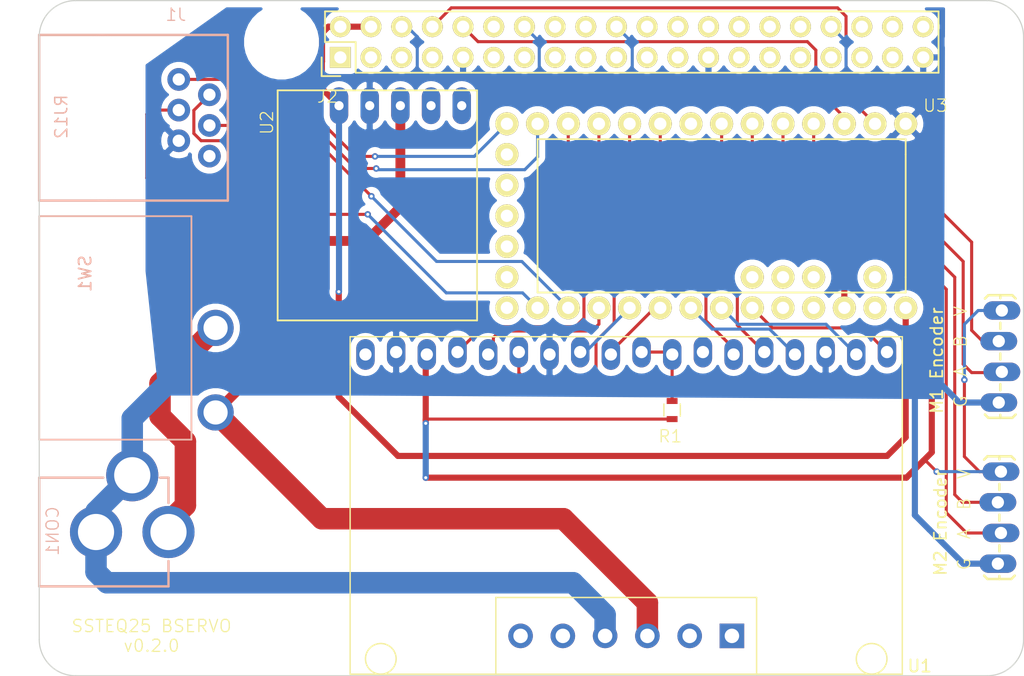
<source format=kicad_pcb>
(kicad_pcb (version 20171130) (host pcbnew 5.1.10-88a1d61d58~88~ubuntu20.04.1)

  (general
    (thickness 1.6)
    (drawings 24)
    (tracks 214)
    (zones 0)
    (modules 14)
    (nets 79)
  )

  (page USLetter)
  (title_block
    (title "SSTEQ25 Brushed Servo")
    (date 2021-05-21)
    (rev 0.2.0)
    (company "StarSync Trackers")
  )

  (layers
    (0 F.Cu signal)
    (31 B.Cu signal)
    (32 B.Adhes user)
    (33 F.Adhes user)
    (34 B.Paste user)
    (35 F.Paste user)
    (36 B.SilkS user)
    (37 F.SilkS user)
    (38 B.Mask user)
    (39 F.Mask user)
    (40 Dwgs.User user hide)
    (41 Cmts.User user)
    (42 Eco1.User user)
    (43 Eco2.User user)
    (44 Edge.Cuts user)
    (45 Margin user)
    (46 B.CrtYd user)
    (47 F.CrtYd user)
    (48 B.Fab user)
    (49 F.Fab user hide)
  )

  (setup
    (last_trace_width 0.254)
    (user_trace_width 0.254)
    (user_trace_width 0.508)
    (user_trace_width 0.8128)
    (user_trace_width 1.778)
    (trace_clearance 0.1016)
    (zone_clearance 0.508)
    (zone_45_only no)
    (trace_min 0.254)
    (via_size 0.5334)
    (via_drill 0.254)
    (via_min_size 0.5334)
    (via_min_drill 0.254)
    (user_via 0.5334 0.254)
    (user_via 0.5334 0.254)
    (user_via 0.5334 0.254)
    (uvia_size 0.508)
    (uvia_drill 0.127)
    (uvias_allowed no)
    (uvia_min_size 0.381)
    (uvia_min_drill 0.127)
    (edge_width 0.1)
    (segment_width 0.2)
    (pcb_text_width 0.3)
    (pcb_text_size 1.5 1.5)
    (mod_edge_width 0.15)
    (mod_text_size 1 1)
    (mod_text_width 0.15)
    (pad_size 2.75 2.75)
    (pad_drill 2.75)
    (pad_to_mask_clearance 0)
    (aux_axis_origin 0 0)
    (visible_elements 7FFFFFFF)
    (pcbplotparams
      (layerselection 0x0007c_ffffffff)
      (usegerberextensions false)
      (usegerberattributes true)
      (usegerberadvancedattributes true)
      (creategerberjobfile true)
      (excludeedgelayer true)
      (linewidth 0.100000)
      (plotframeref false)
      (viasonmask false)
      (mode 1)
      (useauxorigin false)
      (hpglpennumber 1)
      (hpglpenspeed 20)
      (hpglpendiameter 15.000000)
      (psnegative false)
      (psa4output false)
      (plotreference true)
      (plotvalue true)
      (plotinvisibletext false)
      (padsonsilk false)
      (subtractmaskfromsilk false)
      (outputformat 1)
      (mirror false)
      (drillshape 0)
      (scaleselection 1)
      (outputdirectory "gerbers/"))
  )

  (net 0 "")
  (net 1 "Net-(J2-Pad1)")
  (net 2 "Net-(J2-Pad3)")
  (net 3 "Net-(J2-Pad5)")
  (net 4 "Net-(J2-Pad7)")
  (net 5 "Net-(J2-Pad11)")
  (net 6 "Net-(J2-Pad12)")
  (net 7 "Net-(J2-Pad13)")
  (net 8 "Net-(J2-Pad15)")
  (net 9 "Net-(J2-Pad16)")
  (net 10 "Net-(J2-Pad17)")
  (net 11 "Net-(J2-Pad18)")
  (net 12 "Net-(J2-Pad19)")
  (net 13 "Net-(J2-Pad21)")
  (net 14 "Net-(J2-Pad22)")
  (net 15 "Net-(J2-Pad23)")
  (net 16 "Net-(J2-Pad24)")
  (net 17 "Net-(J2-Pad26)")
  (net 18 "Net-(J2-Pad27)")
  (net 19 "Net-(J2-Pad28)")
  (net 20 "Net-(J2-Pad29)")
  (net 21 "Net-(J2-Pad30)")
  (net 22 "Net-(J2-Pad31)")
  (net 23 "Net-(J2-Pad32)")
  (net 24 "Net-(J2-Pad33)")
  (net 25 "Net-(J2-Pad35)")
  (net 26 "Net-(J2-Pad36)")
  (net 27 "Net-(J2-Pad37)")
  (net 28 "Net-(J2-Pad38)")
  (net 29 "Net-(J2-Pad40)")
  (net 30 +12V)
  (net 31 GND)
  (net 32 "Net-(J1-Pad1)")
  (net 33 AG_RA-X)
  (net 34 AG_DEC-Y)
  (net 35 AG_DEC+Y)
  (net 36 AG_RA+X)
  (net 37 +5V)
  (net 38 RPI_TX)
  (net 39 RPI_RX)
  (net 40 +3V3)
  (net 41 "Net-(R1-Pad1)")
  (net 42 "Net-(U1-Pad1)")
  (net 43 M1_IN2)
  (net 44 M1_IN1)
  (net 45 M1_PWM)
  (net 46 M1_SF)
  (net 47 M1_FB)
  (net 48 "Net-(U1-Pad12)")
  (net 49 M2_IN2)
  (net 50 M2_IN1)
  (net 51 M2_PWM)
  (net 52 M2_SF)
  (net 53 M2_FB)
  (net 54 "Net-(U2-Pad2)")
  (net 55 "Net-(U3-Pad36)")
  (net 56 "Net-(U3-Pad35)")
  (net 57 "Net-(U3-Pad34)")
  (net 58 "Net-(U3-Pad33)")
  (net 59 "Net-(U3-Pad32)")
  (net 60 "Net-(U3-Pad31)")
  (net 61 "Net-(U3-Pad30)")
  (net 62 "Net-(U3-Pad29)")
  (net 63 "Net-(U3-Pad28)")
  (net 64 "Net-(U3-Pad13)")
  (net 65 "Net-(U3-Pad25)")
  (net 66 M1_ENC_B)
  (net 67 M1_ENC_A)
  (net 68 M2_ENC_B)
  (net 69 M2_ENC_A)
  (net 70 "Net-(U1-Pad24)")
  (net 71 "Net-(U1-Pad19)")
  (net 72 "Net-(U1-Pad20)")
  (net 73 "Net-(U1-Pad23)")
  (net 74 SWPWR)
  (net 75 "Net-(U3-Pad6)")
  (net 76 "Net-(U2-Pad1)")
  (net 77 "Net-(U3-Pad22)")
  (net 78 "Net-(U3-Pad23)")

  (net_class Default "This is the default net class."
    (clearance 0.1016)
    (trace_width 0.254)
    (via_dia 0.5334)
    (via_drill 0.254)
    (uvia_dia 0.508)
    (uvia_drill 0.127)
    (diff_pair_width 0.254)
    (diff_pair_gap 0.25)
    (add_net +12V)
    (add_net +3V3)
    (add_net +5V)
    (add_net AG_DEC+Y)
    (add_net AG_DEC-Y)
    (add_net AG_RA+X)
    (add_net AG_RA-X)
    (add_net GND)
    (add_net M1_ENC_A)
    (add_net M1_ENC_B)
    (add_net M1_FB)
    (add_net M1_IN1)
    (add_net M1_IN2)
    (add_net M1_PWM)
    (add_net M1_SF)
    (add_net M2_ENC_A)
    (add_net M2_ENC_B)
    (add_net M2_FB)
    (add_net M2_IN1)
    (add_net M2_IN2)
    (add_net M2_PWM)
    (add_net M2_SF)
    (add_net "Net-(J1-Pad1)")
    (add_net "Net-(J2-Pad1)")
    (add_net "Net-(J2-Pad11)")
    (add_net "Net-(J2-Pad12)")
    (add_net "Net-(J2-Pad13)")
    (add_net "Net-(J2-Pad15)")
    (add_net "Net-(J2-Pad16)")
    (add_net "Net-(J2-Pad17)")
    (add_net "Net-(J2-Pad18)")
    (add_net "Net-(J2-Pad19)")
    (add_net "Net-(J2-Pad21)")
    (add_net "Net-(J2-Pad22)")
    (add_net "Net-(J2-Pad23)")
    (add_net "Net-(J2-Pad24)")
    (add_net "Net-(J2-Pad26)")
    (add_net "Net-(J2-Pad27)")
    (add_net "Net-(J2-Pad28)")
    (add_net "Net-(J2-Pad29)")
    (add_net "Net-(J2-Pad3)")
    (add_net "Net-(J2-Pad30)")
    (add_net "Net-(J2-Pad31)")
    (add_net "Net-(J2-Pad32)")
    (add_net "Net-(J2-Pad33)")
    (add_net "Net-(J2-Pad35)")
    (add_net "Net-(J2-Pad36)")
    (add_net "Net-(J2-Pad37)")
    (add_net "Net-(J2-Pad38)")
    (add_net "Net-(J2-Pad40)")
    (add_net "Net-(J2-Pad5)")
    (add_net "Net-(J2-Pad7)")
    (add_net "Net-(R1-Pad1)")
    (add_net "Net-(U1-Pad1)")
    (add_net "Net-(U1-Pad12)")
    (add_net "Net-(U1-Pad19)")
    (add_net "Net-(U1-Pad20)")
    (add_net "Net-(U1-Pad23)")
    (add_net "Net-(U1-Pad24)")
    (add_net "Net-(U2-Pad1)")
    (add_net "Net-(U2-Pad2)")
    (add_net "Net-(U3-Pad13)")
    (add_net "Net-(U3-Pad22)")
    (add_net "Net-(U3-Pad23)")
    (add_net "Net-(U3-Pad25)")
    (add_net "Net-(U3-Pad28)")
    (add_net "Net-(U3-Pad29)")
    (add_net "Net-(U3-Pad30)")
    (add_net "Net-(U3-Pad31)")
    (add_net "Net-(U3-Pad32)")
    (add_net "Net-(U3-Pad33)")
    (add_net "Net-(U3-Pad34)")
    (add_net "Net-(U3-Pad35)")
    (add_net "Net-(U3-Pad36)")
    (add_net "Net-(U3-Pad6)")
    (add_net RPI_RX)
    (add_net RPI_TX)
    (add_net SWPWR)
  )

  (module RPi_Hat:Pin_Header_Straight_2x20 locked (layer F.Cu) (tedit 5B033F68) (tstamp 5516AEA0)
    (at 148.2605 69.532 90)
    (descr "Through hole pin header")
    (tags "pin header")
    (path /5515D395/5516AE26)
    (fp_text reference J2 (at -4.509 -25.1975 180) (layer F.SilkS)
      (effects (font (size 1.016 1.016) (thickness 0.1016)))
    )
    (fp_text value RPi_GPIO (at -1.27 -27.23 90) (layer F.Fab)
      (effects (font (size 1 1) (thickness 0.15)))
    )
    (fp_line (start -2.82 -25.68) (end -2.82 -24.13) (layer F.SilkS) (width 0.15))
    (fp_line (start 0 -22.86) (end -2.54 -22.86) (layer F.SilkS) (width 0.15))
    (fp_line (start 0 -25.4) (end 0 -22.86) (layer F.SilkS) (width 0.15))
    (fp_line (start -1.27 -25.68) (end -2.82 -25.68) (layer F.SilkS) (width 0.15))
    (fp_line (start 2.54 -25.4) (end 0 -25.4) (layer F.SilkS) (width 0.15))
    (fp_line (start 2.54 25.4) (end -2.54 25.4) (layer F.SilkS) (width 0.15))
    (fp_line (start -2.54 -22.86) (end -2.54 25.4) (layer F.SilkS) (width 0.15))
    (fp_line (start 2.54 25.4) (end 2.54 -25.4) (layer F.SilkS) (width 0.15))
    (fp_line (start -3.02 25.92) (end 3.03 25.92) (layer F.CrtYd) (width 0.05))
    (fp_line (start -3.02 -25.88) (end 3.03 -25.88) (layer F.CrtYd) (width 0.05))
    (fp_line (start 3.03 -25.88) (end 3.03 25.92) (layer F.CrtYd) (width 0.05))
    (fp_line (start -3.02 -25.88) (end -3.02 25.92) (layer F.CrtYd) (width 0.05))
    (pad 1 thru_hole rect (at -1.27 -24.13 90) (size 1.7272 1.7272) (drill 1.016) (layers *.Cu *.Mask F.SilkS)
      (net 1 "Net-(J2-Pad1)"))
    (pad 2 thru_hole oval (at 1.27 -24.13 90) (size 1.7272 1.7272) (drill 1.016) (layers *.Cu *.Mask F.SilkS)
      (net 37 +5V))
    (pad 3 thru_hole oval (at -1.27 -21.59 90) (size 1.7272 1.7272) (drill 1.016) (layers *.Cu *.Mask F.SilkS)
      (net 2 "Net-(J2-Pad3)"))
    (pad 4 thru_hole oval (at 1.27 -21.59 90) (size 1.7272 1.7272) (drill 1.016) (layers *.Cu *.Mask F.SilkS)
      (net 37 +5V))
    (pad 5 thru_hole oval (at -1.27 -19.05 90) (size 1.7272 1.7272) (drill 1.016) (layers *.Cu *.Mask F.SilkS)
      (net 3 "Net-(J2-Pad5)"))
    (pad 6 thru_hole oval (at 1.27 -19.05 90) (size 1.7272 1.7272) (drill 1.016) (layers *.Cu *.Mask F.SilkS)
      (net 31 GND))
    (pad 7 thru_hole oval (at -1.27 -16.51 90) (size 1.7272 1.7272) (drill 1.016) (layers *.Cu *.Mask F.SilkS)
      (net 4 "Net-(J2-Pad7)"))
    (pad 8 thru_hole oval (at 1.27 -16.51 90) (size 1.7272 1.7272) (drill 1.016) (layers *.Cu *.Mask F.SilkS)
      (net 38 RPI_TX))
    (pad 9 thru_hole oval (at -1.27 -13.97 90) (size 1.7272 1.7272) (drill 1.016) (layers *.Cu *.Mask F.SilkS)
      (net 31 GND))
    (pad 10 thru_hole oval (at 1.27 -13.97 90) (size 1.7272 1.7272) (drill 1.016) (layers *.Cu *.Mask F.SilkS)
      (net 39 RPI_RX))
    (pad 11 thru_hole oval (at -1.27 -11.43 90) (size 1.7272 1.7272) (drill 1.016) (layers *.Cu *.Mask F.SilkS)
      (net 5 "Net-(J2-Pad11)"))
    (pad 12 thru_hole oval (at 1.27 -11.43 90) (size 1.7272 1.7272) (drill 1.016) (layers *.Cu *.Mask F.SilkS)
      (net 6 "Net-(J2-Pad12)"))
    (pad 13 thru_hole oval (at -1.27 -8.89 90) (size 1.7272 1.7272) (drill 1.016) (layers *.Cu *.Mask F.SilkS)
      (net 7 "Net-(J2-Pad13)"))
    (pad 14 thru_hole oval (at 1.27 -8.89 90) (size 1.7272 1.7272) (drill 1.016) (layers *.Cu *.Mask F.SilkS)
      (net 31 GND))
    (pad 15 thru_hole oval (at -1.27 -6.35 90) (size 1.7272 1.7272) (drill 1.016) (layers *.Cu *.Mask F.SilkS)
      (net 8 "Net-(J2-Pad15)"))
    (pad 16 thru_hole oval (at 1.27 -6.35 90) (size 1.7272 1.7272) (drill 1.016) (layers *.Cu *.Mask F.SilkS)
      (net 9 "Net-(J2-Pad16)"))
    (pad 17 thru_hole oval (at -1.27 -3.81 90) (size 1.7272 1.7272) (drill 1.016) (layers *.Cu *.Mask F.SilkS)
      (net 10 "Net-(J2-Pad17)"))
    (pad 18 thru_hole oval (at 1.27 -3.81 90) (size 1.7272 1.7272) (drill 1.016) (layers *.Cu *.Mask F.SilkS)
      (net 11 "Net-(J2-Pad18)"))
    (pad 19 thru_hole oval (at -1.27 -1.27 90) (size 1.7272 1.7272) (drill 1.016) (layers *.Cu *.Mask F.SilkS)
      (net 12 "Net-(J2-Pad19)"))
    (pad 20 thru_hole oval (at 1.27 -1.27 90) (size 1.7272 1.7272) (drill 1.016) (layers *.Cu *.Mask F.SilkS)
      (net 31 GND))
    (pad 21 thru_hole oval (at -1.27 1.27 90) (size 1.7272 1.7272) (drill 1.016) (layers *.Cu *.Mask F.SilkS)
      (net 13 "Net-(J2-Pad21)"))
    (pad 22 thru_hole oval (at 1.27 1.27 90) (size 1.7272 1.7272) (drill 1.016) (layers *.Cu *.Mask F.SilkS)
      (net 14 "Net-(J2-Pad22)"))
    (pad 23 thru_hole oval (at -1.27 3.81 90) (size 1.7272 1.7272) (drill 1.016) (layers *.Cu *.Mask F.SilkS)
      (net 15 "Net-(J2-Pad23)"))
    (pad 24 thru_hole oval (at 1.27 3.81 90) (size 1.7272 1.7272) (drill 1.016) (layers *.Cu *.Mask F.SilkS)
      (net 16 "Net-(J2-Pad24)"))
    (pad 25 thru_hole oval (at -1.27 6.35 90) (size 1.7272 1.7272) (drill 1.016) (layers *.Cu *.Mask F.SilkS)
      (net 31 GND))
    (pad 26 thru_hole oval (at 1.27 6.35 90) (size 1.7272 1.7272) (drill 1.016) (layers *.Cu *.Mask F.SilkS)
      (net 17 "Net-(J2-Pad26)"))
    (pad 27 thru_hole oval (at -1.27 8.89 90) (size 1.7272 1.7272) (drill 1.016) (layers *.Cu *.Mask F.SilkS)
      (net 18 "Net-(J2-Pad27)"))
    (pad 28 thru_hole oval (at 1.27 8.89 90) (size 1.7272 1.7272) (drill 1.016) (layers *.Cu *.Mask F.SilkS)
      (net 19 "Net-(J2-Pad28)"))
    (pad 29 thru_hole oval (at -1.27 11.43 90) (size 1.7272 1.7272) (drill 1.016) (layers *.Cu *.Mask F.SilkS)
      (net 20 "Net-(J2-Pad29)"))
    (pad 30 thru_hole oval (at 1.27 11.43 90) (size 1.7272 1.7272) (drill 1.016) (layers *.Cu *.Mask F.SilkS)
      (net 21 "Net-(J2-Pad30)"))
    (pad 31 thru_hole oval (at -1.27 13.97 90) (size 1.7272 1.7272) (drill 1.016) (layers *.Cu *.Mask F.SilkS)
      (net 22 "Net-(J2-Pad31)"))
    (pad 32 thru_hole oval (at 1.27 13.97 90) (size 1.7272 1.7272) (drill 1.016) (layers *.Cu *.Mask F.SilkS)
      (net 23 "Net-(J2-Pad32)"))
    (pad 33 thru_hole oval (at -1.27 16.51 90) (size 1.7272 1.7272) (drill 1.016) (layers *.Cu *.Mask F.SilkS)
      (net 24 "Net-(J2-Pad33)"))
    (pad 34 thru_hole oval (at 1.27 16.51 90) (size 1.7272 1.7272) (drill 1.016) (layers *.Cu *.Mask F.SilkS)
      (net 31 GND))
    (pad 35 thru_hole oval (at -1.27 19.05 90) (size 1.7272 1.7272) (drill 1.016) (layers *.Cu *.Mask F.SilkS)
      (net 25 "Net-(J2-Pad35)"))
    (pad 36 thru_hole oval (at 1.27 19.05 90) (size 1.7272 1.7272) (drill 1.016) (layers *.Cu *.Mask F.SilkS)
      (net 26 "Net-(J2-Pad36)"))
    (pad 37 thru_hole oval (at -1.27 21.59 90) (size 1.7272 1.7272) (drill 1.016) (layers *.Cu *.Mask F.SilkS)
      (net 27 "Net-(J2-Pad37)"))
    (pad 38 thru_hole oval (at 1.27 21.59 90) (size 1.7272 1.7272) (drill 1.016) (layers *.Cu *.Mask F.SilkS)
      (net 28 "Net-(J2-Pad38)"))
    (pad 39 thru_hole oval (at -1.27 24.13 90) (size 1.7272 1.7272) (drill 1.016) (layers *.Cu *.Mask F.SilkS)
      (net 31 GND))
    (pad 40 thru_hole oval (at 1.27 24.13 90) (size 1.7272 1.7272) (drill 1.016) (layers *.Cu *.Mask F.SilkS)
      (net 29 "Net-(J2-Pad40)"))
    (model Pin_Headers.3dshapes/Pin_Header_Straight_2x20.wrl
      (at (xyz 0 0 0))
      (scale (xyz 1 1 1))
      (rotate (xyz 0 0 90))
    )
  )

  (module RPi_Hat:RPi_Hat_Mounting_Hole locked (layer F.Cu) (tedit 55217C7B) (tstamp 5515DEA9)
    (at 177.2605 69.532)
    (descr "Mounting hole, Befestigungsbohrung, 2,7mm, No Annular, Kein Restring,")
    (tags "Mounting hole, Befestigungsbohrung, 2,7mm, No Annular, Kein Restring,")
    (fp_text reference "" (at 0 -4.0005) (layer F.SilkS) hide
      (effects (font (size 1 1) (thickness 0.15)))
    )
    (fp_text value "" (at 0.09906 3.59918) (layer F.Fab) hide
      (effects (font (size 1 1) (thickness 0.15)))
    )
    (fp_circle (center 0 0) (end 3.1 0) (layer B.CrtYd) (width 0.15))
    (fp_circle (center 0 0) (end 3.1 0) (layer F.CrtYd) (width 0.15))
    (fp_circle (center 0 0) (end 1.375 0) (layer B.Fab) (width 0.15))
    (fp_circle (center 0 0) (end 3.1 0) (layer B.Fab) (width 0.15))
    (fp_circle (center 0 0) (end 3.1 0) (layer F.Fab) (width 0.15))
    (fp_circle (center 0 0) (end 1.375 0) (layer F.Fab) (width 0.15))
    (pad "" np_thru_hole circle (at 0 0) (size 2.75 2.75) (drill 2.75) (layers *.Cu *.Mask)
      (solder_mask_margin 1.725) (clearance 1.725))
  )

  (module RPi_Hat:RPi_Hat_Mounting_Hole locked (layer F.Cu) (tedit 55217CCB) (tstamp 55169DC9)
    (at 177.2605 118.532)
    (descr "Mounting hole, Befestigungsbohrung, 2,7mm, No Annular, Kein Restring,")
    (tags "Mounting hole, Befestigungsbohrung, 2,7mm, No Annular, Kein Restring,")
    (fp_text reference "" (at 0 -4.0005) (layer F.SilkS) hide
      (effects (font (size 1 1) (thickness 0.15)))
    )
    (fp_text value "" (at 0.09906 3.59918) (layer F.Fab) hide
      (effects (font (size 1 1) (thickness 0.15)))
    )
    (fp_circle (center 0 0) (end 3.1 0) (layer B.CrtYd) (width 0.15))
    (fp_circle (center 0 0) (end 3.1 0) (layer F.CrtYd) (width 0.15))
    (fp_circle (center 0 0) (end 1.375 0) (layer B.Fab) (width 0.15))
    (fp_circle (center 0 0) (end 3.1 0) (layer B.Fab) (width 0.15))
    (fp_circle (center 0 0) (end 3.1 0) (layer F.Fab) (width 0.15))
    (fp_circle (center 0 0) (end 1.375 0) (layer F.Fab) (width 0.15))
    (pad "" np_thru_hole circle (at 0 0) (size 2.75 2.75) (drill 2.75) (layers *.Cu *.Mask)
      (solder_mask_margin 1.725) (clearance 1.725))
  )

  (module RPi_Hat:RPi_Hat_Mounting_Hole locked (layer F.Cu) (tedit 55217CB9) (tstamp 5515DECC)
    (at 119.2605 118.532)
    (descr "Mounting hole, Befestigungsbohrung, 2,7mm, No Annular, Kein Restring,")
    (tags "Mounting hole, Befestigungsbohrung, 2,7mm, No Annular, Kein Restring,")
    (fp_text reference "" (at 0 -4.0005) (layer F.SilkS) hide
      (effects (font (size 1 1) (thickness 0.15)))
    )
    (fp_text value "" (at 0.09906 3.59918) (layer F.Fab) hide
      (effects (font (size 1 1) (thickness 0.15)))
    )
    (fp_circle (center 0 0) (end 3.1 0) (layer B.CrtYd) (width 0.15))
    (fp_circle (center 0 0) (end 3.1 0) (layer F.CrtYd) (width 0.15))
    (fp_circle (center 0 0) (end 1.375 0) (layer B.Fab) (width 0.15))
    (fp_circle (center 0 0) (end 3.1 0) (layer B.Fab) (width 0.15))
    (fp_circle (center 0 0) (end 3.1 0) (layer F.Fab) (width 0.15))
    (fp_circle (center 0 0) (end 1.375 0) (layer F.Fab) (width 0.15))
    (pad "" np_thru_hole circle (at 0 0) (size 2.75 2.75) (drill 2.75) (layers *.Cu *.Mask)
      (solder_mask_margin 1.725) (clearance 1.725))
  )

  (module RPi_Hat:RPi_Hat_Mounting_Hole locked (layer F.Cu) (tedit 55217CA2) (tstamp 5515DEBF)
    (at 119.2605 69.532)
    (descr "Mounting hole, Befestigungsbohrung, 2,7mm, No Annular, Kein Restring,")
    (tags "Mounting hole, Befestigungsbohrung, 2,7mm, No Annular, Kein Restring,")
    (fp_text reference "" (at 0 -4.0005) (layer F.SilkS) hide
      (effects (font (size 1 1) (thickness 0.15)))
    )
    (fp_text value "" (at 0.09906 3.59918) (layer F.Fab) hide
      (effects (font (size 1 1) (thickness 0.15)))
    )
    (fp_circle (center 0 0) (end 3.1 0) (layer B.CrtYd) (width 0.15))
    (fp_circle (center 0 0) (end 3.1 0) (layer F.CrtYd) (width 0.15))
    (fp_circle (center 0 0) (end 1.375 0) (layer B.Fab) (width 0.15))
    (fp_circle (center 0 0) (end 3.1 0) (layer B.Fab) (width 0.15))
    (fp_circle (center 0 0) (end 3.1 0) (layer F.Fab) (width 0.15))
    (fp_circle (center 0 0) (end 1.375 0) (layer F.Fab) (width 0.15))
    (pad "" np_thru_hole circle (at 0 0) (size 2.75 2.75) (drill 2.75) (layers *.Cu *.Mask)
      (solder_mask_margin 1.725) (clearance 1.725))
  )

  (module isadore_custom_footprints:POWER_JACK_PTH (layer B.Cu) (tedit 5B033F8C) (tstamp 5B0327A0)
    (at 96.2 110.1 90)
    (path /5B02F876)
    (fp_text reference CON1 (at 2.2 4.7 270) (layer B.SilkS)
      (effects (font (size 1.016 1.016) (thickness 0.1016)) (justify left bottom mirror))
    )
    (fp_text value BARREL_JACK (at -3.81 3.81 270) (layer B.SilkS) hide
      (effects (font (size 0.38608 0.38608) (thickness 0.032512)) (justify left bottom mirror))
    )
    (fp_line (start -4.5 3) (end 4.5 3) (layer B.SilkS) (width 0.2032))
    (fp_line (start -4.5 13.7) (end -2.4 13.7) (layer B.SilkS) (width 0.2032))
    (fp_line (start -4.5 3) (end -4.5 13.7) (layer B.SilkS) (width 0.2032))
    (fp_line (start 4.5 13.7) (end 4.5 13) (layer B.SilkS) (width 0.2032))
    (fp_line (start 4.5 3) (end 4.5 8.3) (layer B.SilkS) (width 0.2032))
    (fp_line (start 4.5 0.1) (end -4.5 0.1) (layer Dwgs.User) (width 0.2032))
    (fp_line (start 4.5 0.1) (end 4.5 3) (layer Dwgs.User) (width 0.2032))
    (fp_line (start -4.5 3) (end -4.5 0.1) (layer Dwgs.User) (width 0.2032))
    (fp_line (start 4.5 13.7) (end 2.4 13.7) (layer B.SilkS) (width 0.2032))
    (pad 1 thru_hole circle (at 0 13.7 90) (size 4.318 4.318) (drill 2.9972) (layers *.Cu *.Mask)
      (net 74 SWPWR))
    (pad 3 thru_hole circle (at 0 7.7 90) (size 4.318 4.318) (drill 2.9972) (layers *.Cu *.Mask)
      (net 31 GND))
    (pad 2 thru_hole circle (at 4.7 10.7) (size 4.318 4.318) (drill 2.9972) (layers *.Cu *.Mask)
      (net 31 GND))
  )

  (module SparkFun-Connectors:RJ11-6 (layer B.Cu) (tedit 5B033F77) (tstamp 5B0327AC)
    (at 104.4 75.8 90)
    (descr "<h3>RJ11 6-Pin Socket with PCB Mounting Post</h3>\n<p>Specifications:\n<ul><li>Pin count: 6</li>\n</ul></p>\n<p><a href=”https://www.sparkfun.com/datasheets/Prototyping/Connectors/RJ11-Datasheet.pdf”>Datasheet referenced for footprint</a></p>\n<p>Example device(s):\n<ul><li>RJ11-6</li>\n</ul></p>")
    (path /5B02F815)
    (fp_text reference J1 (at 7.9375 7.0485 180) (layer B.SilkS)
      (effects (font (size 1.016 1.016) (thickness 0.1016)) (justify left bottom mirror))
    )
    (fp_text value RJ12 (at 2 -2.794 270) (layer B.SilkS)
      (effects (font (size 1 1) (thickness 0.12192)) (justify left bottom mirror))
    )
    (fp_line (start 6.858 -8.128) (end 6.858 -5.207) (layer Dwgs.User) (width 0.2032))
    (fp_line (start -6.858 -8.128) (end 6.858 -8.128) (layer Dwgs.User) (width 0.2032))
    (fp_line (start -6.858 -5.207) (end -6.858 -8.128) (layer Dwgs.User) (width 0.2032))
    (fp_line (start 6.858 -5.207) (end -6.858 -5.207) (layer B.SilkS) (width 0.2032))
    (fp_line (start -6.858 10.414) (end -6.858 -5.207) (layer B.SilkS) (width 0.2032))
    (fp_line (start 6.858 10.414) (end -6.858 10.414) (layer B.SilkS) (width 0.2032))
    (fp_line (start 6.858 -5.207) (end 6.858 10.414) (layer B.SilkS) (width 0.2032))
    (pad 1 thru_hole circle (at -3.175 8.89 90) (size 1.8796 1.8796) (drill 1.016) (layers *.Cu *.Mask)
      (net 32 "Net-(J1-Pad1)"))
    (pad 2 thru_hole circle (at -1.905 6.35 90) (size 1.8796 1.8796) (drill 1.016) (layers *.Cu *.Mask)
      (net 31 GND))
    (pad 3 thru_hole circle (at -0.635 8.89 90) (size 1.8796 1.8796) (drill 1.016) (layers *.Cu *.Mask)
      (net 33 AG_RA-X))
    (pad 4 thru_hole circle (at 0.635 6.35 90) (size 1.8796 1.8796) (drill 1.016) (layers *.Cu *.Mask)
      (net 34 AG_DEC-Y))
    (pad 5 thru_hole circle (at 1.905 8.89 90) (size 1.8796 1.8796) (drill 1.016) (layers *.Cu *.Mask)
      (net 35 AG_DEC+Y))
    (pad 6 thru_hole circle (at 3.175 6.35 90) (size 1.8796 1.8796) (drill 1.016) (layers *.Cu *.Mask)
      (net 36 AG_RA+X))
    (pad "" np_thru_hole circle (at -5.08 0 90) (size 3.2512 3.2512) (drill 3.2512) (layers *.Cu))
    (pad "" np_thru_hole circle (at 5.08 0 90) (size 3.2512 3.2512) (drill 3.2512) (layers *.Cu))
  )

  (module SparkFun-Connectors:1X04_LOCK_LONGPADS (layer F.Cu) (tedit 5B033F4D) (tstamp 60A86D1C)
    (at 178.9 91.759 270)
    (descr "<h3>Plated Through Hole - 4 Pin Long Pads w/ Locking Footprint</h3>\nHoles are offset 0.005\" from center to lock pins in place during soldering. \n<p>Specifications:\n<ul><li>Pin count:4</li>\n<li>Pin pitch:0.1\"</li>\n</ul></p>\n<p>Example device(s):\n<ul><li>CONN_04</li>\n</ul></p>")
    (path /5B0318EF)
    (fp_text reference J3 (at 8.9662 1.9558 180) (layer F.SilkS) hide
      (effects (font (size 1.016 1.016) (thickness 0.1016)) (justify right bottom))
    )
    (fp_text value "M1 Encoder" (at -0.359 4.809 90) (layer F.SilkS)
      (effects (font (size 1 1) (thickness 0.15)) (justify right bottom))
    )
    (fp_poly (pts (xy 7.3279 0.4191) (xy 7.9121 0.4191) (xy 7.9121 -0.1651) (xy 7.3279 -0.1651)) (layer Dwgs.User) (width 0))
    (fp_poly (pts (xy 4.7879 0.4191) (xy 5.3721 0.4191) (xy 5.3721 -0.1651) (xy 4.7879 -0.1651)) (layer Dwgs.User) (width 0))
    (fp_poly (pts (xy 2.2479 0.4191) (xy 2.8321 0.4191) (xy 2.8321 -0.1651) (xy 2.2479 -0.1651)) (layer Dwgs.User) (width 0))
    (fp_poly (pts (xy -0.2921 0.4191) (xy 0.2921 0.4191) (xy 0.2921 -0.1651) (xy -0.2921 -0.1651)) (layer Dwgs.User) (width 0))
    (fp_line (start 8.89 -0.8636) (end 8.6106 -1.143) (layer F.SilkS) (width 0.2032))
    (fp_line (start 8.89 0.127) (end 8.89 -0.8636) (layer F.SilkS) (width 0.2032))
    (fp_line (start 8.89 1.1176) (end 8.6106 1.397) (layer F.SilkS) (width 0.2032))
    (fp_line (start 8.89 0.127) (end 8.89 1.1176) (layer F.SilkS) (width 0.2032))
    (fp_line (start 8.89 0.127) (end 8.636 0.127) (layer F.SilkS) (width 0.2032))
    (fp_line (start -1.27 1.1176) (end -0.9906 1.397) (layer F.SilkS) (width 0.2032))
    (fp_line (start -1.27 0.127) (end -1.27 1.1176) (layer F.SilkS) (width 0.2032))
    (fp_line (start -1.27 -0.8636) (end -0.9906 -1.143) (layer F.SilkS) (width 0.2032))
    (fp_line (start -1.27 0.127) (end -1.27 -0.8636) (layer F.SilkS) (width 0.2032))
    (fp_line (start -1.27 0.127) (end -1.016 0.127) (layer F.SilkS) (width 0.2032))
    (fp_line (start 6.604 0.127) (end 6.096 0.127) (layer F.SilkS) (width 0.2032))
    (fp_line (start 4.064 0.127) (end 3.556 0.127) (layer F.SilkS) (width 0.2032))
    (fp_line (start 1.524 0.127) (end 1.016 0.127) (layer F.SilkS) (width 0.2032))
    (pad 1 thru_hole oval (at 0 0) (size 3.048 1.524) (drill 1.016) (layers *.Cu *.Mask)
      (net 40 +3V3))
    (pad 2 thru_hole oval (at 2.54 0.254) (size 3.048 1.524) (drill 1.016) (layers *.Cu *.Mask)
      (net 66 M1_ENC_B))
    (pad 3 thru_hole oval (at 5.08 0) (size 3.048 1.524) (drill 1.016) (layers *.Cu *.Mask)
      (net 67 M1_ENC_A))
    (pad 4 thru_hole oval (at 7.62 0.254) (size 3.048 1.524) (drill 1.016) (layers *.Cu *.Mask)
      (net 31 GND))
  )

  (module Resistors_SMD:R_0603 (layer F.Cu) (tedit 5B033FB0) (tstamp 5B0327BA)
    (at 151.6 100 270)
    (descr "Resistor SMD 0603, reflow soldering, Vishay (see dcrcw.pdf)")
    (tags "resistor 0603")
    (path /5B03106E)
    (attr smd)
    (fp_text reference R1 (at 2.1724 0.1524 180) (layer F.SilkS)
      (effects (font (size 1.016 1.016) (thickness 0.1016)))
    )
    (fp_text value 10k (at 0 1.5 270) (layer F.Fab)
      (effects (font (size 1 1) (thickness 0.15)))
    )
    (fp_line (start 1.25 0.7) (end -1.25 0.7) (layer F.CrtYd) (width 0.05))
    (fp_line (start 1.25 0.7) (end 1.25 -0.7) (layer F.CrtYd) (width 0.05))
    (fp_line (start -1.25 -0.7) (end -1.25 0.7) (layer F.CrtYd) (width 0.05))
    (fp_line (start -1.25 -0.7) (end 1.25 -0.7) (layer F.CrtYd) (width 0.05))
    (fp_line (start -0.5 -0.68) (end 0.5 -0.68) (layer F.SilkS) (width 0.12))
    (fp_line (start 0.5 0.68) (end -0.5 0.68) (layer F.SilkS) (width 0.12))
    (fp_line (start -0.8 -0.4) (end 0.8 -0.4) (layer F.Fab) (width 0.1))
    (fp_line (start 0.8 -0.4) (end 0.8 0.4) (layer F.Fab) (width 0.1))
    (fp_line (start 0.8 0.4) (end -0.8 0.4) (layer F.Fab) (width 0.1))
    (fp_line (start -0.8 0.4) (end -0.8 -0.4) (layer F.Fab) (width 0.1))
    (fp_text user %R (at 0 0 270) (layer F.Fab)
      (effects (font (size 0.4 0.4) (thickness 0.075)))
    )
    (pad 1 smd rect (at -0.75 0 270) (size 0.5 0.9) (layers F.Cu F.Paste F.Mask)
      (net 41 "Net-(R1-Pad1)"))
    (pad 2 smd rect (at 0.75 0 270) (size 0.5 0.9) (layers F.Cu F.Paste F.Mask)
      (net 40 +3V3))
    (model ${KISYS3DMOD}/Resistors_SMD.3dshapes/R_0603.wrl
      (at (xyz 0 0 0))
      (scale (xyz 1 1 1))
      (rotate (xyz 0 0 0))
    )
  )

  (module isadore_custom_footprints:pololu_D24V22F5 (layer F.Cu) (tedit 5B033F9C) (tstamp 5B0327D9)
    (at 129.1 74.8 180)
    (path /5B02F72B)
    (fp_text reference U2 (at 11.049 -1.397 270) (layer F.SilkS)
      (effects (font (size 1.016 1.016) (thickness 0.1016)))
    )
    (fp_text value pololu_D24V22F5 (at 0 2.54) (layer F.Fab)
      (effects (font (size 1 1) (thickness 0.15)))
    )
    (fp_line (start -6.35 1.27) (end -6.35 -17.78) (layer F.SilkS) (width 0.15))
    (fp_line (start -6.35 -17.78) (end 10.16 -17.78) (layer F.SilkS) (width 0.15))
    (fp_line (start 10.16 -17.78) (end 10.16 1.27) (layer F.SilkS) (width 0.15))
    (fp_line (start 10.16 1.27) (end -6.35 1.27) (layer F.SilkS) (width 0.15))
    (pad 1 thru_hole oval (at -5.08 0 180) (size 1.524 3.048) (drill 0.762) (layers *.Cu *.Mask)
      (net 76 "Net-(U2-Pad1)"))
    (pad 2 thru_hole oval (at -2.54 0 180) (size 1.524 3.048) (drill 0.762) (layers *.Cu *.Mask)
      (net 54 "Net-(U2-Pad2)"))
    (pad 3 thru_hole oval (at 0 0 180) (size 1.524 3.048) (drill 0.762) (layers *.Cu *.Mask)
      (net 30 +12V))
    (pad 4 thru_hole oval (at 2.54 0 180) (size 1.524 3.048) (drill 0.762) (layers *.Cu *.Mask)
      (net 31 GND))
    (pad 5 thru_hole oval (at 5.08 0 180) (size 1.524 3.048) (drill 0.762) (layers *.Cu *.Mask)
      (net 37 +5V))
  )

  (module custom_footprints:Teensy-3.1 (layer F.Cu) (tedit 5B033F5C) (tstamp 60A86C80)
    (at 168.4 76.3 180)
    (path /5B02F798)
    (fp_text reference U3 (at -5 1.5 180) (layer F.SilkS)
      (effects (font (size 1.016 1.016) (thickness 0.1016)))
    )
    (fp_text value Teensy_3.1 (at 5.08 -10.16) (layer F.Fab)
      (effects (font (size 1.5 1.5) (thickness 0.15)))
    )
    (fp_line (start -2.54 -2.54) (end -2.54 -12.7) (layer F.SilkS) (width 0.15))
    (fp_line (start 27.94 -12.7) (end 27.94 -2.54) (layer F.SilkS) (width 0.15))
    (fp_line (start 27.94 -13.97) (end 27.94 -12.7) (layer F.SilkS) (width 0.15))
    (fp_line (start -2.54 -13.97) (end 27.94 -13.97) (layer F.SilkS) (width 0.15))
    (fp_line (start -2.54 -12.7) (end -2.54 -13.97) (layer F.SilkS) (width 0.15))
    (fp_line (start -2.54 -1.27) (end -2.54 -2.54) (layer F.SilkS) (width 0.15))
    (fp_line (start 27.94 -1.27) (end -2.54 -1.27) (layer F.SilkS) (width 0.15))
    (fp_line (start 27.94 -2.54) (end 27.94 -1.27) (layer F.SilkS) (width 0.15))
    (pad 36 thru_hole circle (at 10.16 -12.7 180) (size 1.9 1.9) (drill 1.016) (layers *.Cu *.Mask F.SilkS)
      (net 55 "Net-(U3-Pad36)"))
    (pad 35 thru_hole circle (at 7.62 -12.7 180) (size 1.9 1.9) (drill 1.016) (layers *.Cu *.Mask F.SilkS)
      (net 56 "Net-(U3-Pad35)"))
    (pad 34 thru_hole circle (at 5.08 -12.7 180) (size 1.9 1.9) (drill 1.016) (layers *.Cu *.Mask F.SilkS)
      (net 57 "Net-(U3-Pad34)"))
    (pad 33 thru_hole circle (at 0 -12.7 180) (size 1.9 1.9) (drill 1.016) (layers *.Cu *.Mask F.SilkS)
      (net 58 "Net-(U3-Pad33)"))
    (pad 32 thru_hole circle (at 30.48 -2.54 180) (size 1.9 1.9) (drill 1.016) (layers *.Cu *.Mask F.SilkS)
      (net 59 "Net-(U3-Pad32)"))
    (pad 31 thru_hole circle (at 30.48 -5.08 180) (size 1.9 1.9) (drill 1.016) (layers *.Cu *.Mask F.SilkS)
      (net 60 "Net-(U3-Pad31)"))
    (pad 30 thru_hole circle (at 30.48 -7.62 180) (size 1.9 1.9) (drill 1.016) (layers *.Cu *.Mask F.SilkS)
      (net 61 "Net-(U3-Pad30)"))
    (pad 29 thru_hole circle (at 30.48 -10.16 180) (size 1.9 1.9) (drill 1.016) (layers *.Cu *.Mask F.SilkS)
      (net 62 "Net-(U3-Pad29)"))
    (pad 28 thru_hole circle (at 30.48 -12.7 180) (size 1.9 1.9) (drill 1.016) (layers *.Cu *.Mask F.SilkS)
      (net 63 "Net-(U3-Pad28)"))
    (pad 0 thru_hole circle (at 0 0 180) (size 1.9 1.9) (drill 1.016) (layers *.Cu *.Mask F.SilkS)
      (net 38 RPI_TX))
    (pad 1 thru_hole circle (at 2.54 0 180) (size 1.9 1.9) (drill 1.016) (layers *.Cu *.Mask F.SilkS)
      (net 39 RPI_RX))
    (pad 2 thru_hole circle (at 5.08 0 180) (size 1.9 1.9) (drill 1.016) (layers *.Cu *.Mask F.SilkS)
      (net 66 M1_ENC_B))
    (pad 3 thru_hole circle (at 7.62 0 180) (size 1.9 1.9) (drill 1.016) (layers *.Cu *.Mask F.SilkS)
      (net 67 M1_ENC_A))
    (pad 4 thru_hole circle (at 10.16 0 180) (size 1.9 1.9) (drill 1.016) (layers *.Cu *.Mask F.SilkS)
      (net 68 M2_ENC_B))
    (pad 5 thru_hole circle (at 12.7 0 180) (size 1.9 1.9) (drill 1.016) (layers *.Cu *.Mask F.SilkS)
      (net 69 M2_ENC_A))
    (pad 6 thru_hole circle (at 15.24 0 180) (size 1.9 1.9) (drill 1.016) (layers *.Cu *.Mask F.SilkS)
      (net 75 "Net-(U3-Pad6)"))
    (pad 7 thru_hole circle (at 17.78 0 180) (size 1.9 1.9) (drill 1.016) (layers *.Cu *.Mask F.SilkS)
      (net 50 M2_IN1))
    (pad 8 thru_hole circle (at 20.32 0 180) (size 1.9 1.9) (drill 1.016) (layers *.Cu *.Mask F.SilkS)
      (net 49 M2_IN2))
    (pad 9 thru_hole circle (at 22.86 0 180) (size 1.9 1.9) (drill 1.016) (layers *.Cu *.Mask F.SilkS)
      (net 45 M1_PWM))
    (pad 10 thru_hole circle (at 25.4 0 180) (size 1.9 1.9) (drill 1.016) (layers *.Cu *.Mask F.SilkS)
      (net 43 M1_IN2))
    (pad 11 thru_hole circle (at 27.94 0 180) (size 1.9 1.9) (drill 1.016) (layers *.Cu *.Mask F.SilkS)
      (net 33 AG_RA-X))
    (pad 12 thru_hole circle (at 30.48 0 180) (size 1.9 1.9) (drill 1.016) (layers *.Cu *.Mask F.SilkS)
      (net 36 AG_RA+X))
    (pad 13 thru_hole circle (at 30.48 -15.24 180) (size 1.9 1.9) (drill 1.016) (layers *.Cu *.Mask F.SilkS)
      (net 64 "Net-(U3-Pad13)"))
    (pad 14 thru_hole circle (at 27.94 -15.24 180) (size 1.9 1.9) (drill 1.016) (layers *.Cu *.Mask F.SilkS)
      (net 34 AG_DEC-Y))
    (pad 15 thru_hole circle (at 25.4 -15.24 180) (size 1.9 1.9) (drill 1.016) (layers *.Cu *.Mask F.SilkS)
      (net 35 AG_DEC+Y))
    (pad 16 thru_hole circle (at 22.86 -15.24 180) (size 1.9 1.9) (drill 1.016) (layers *.Cu *.Mask F.SilkS)
      (net 44 M1_IN1))
    (pad 17 thru_hole circle (at 20.32 -15.24 180) (size 1.9 1.9) (drill 1.016) (layers *.Cu *.Mask F.SilkS)
      (net 46 M1_SF))
    (pad 18 thru_hole circle (at 17.78 -15.24 180) (size 1.9 1.9) (drill 1.016) (layers *.Cu *.Mask F.SilkS)
      (net 47 M1_FB))
    (pad 19 thru_hole circle (at 15.24 -15.24 180) (size 1.9 1.9) (drill 1.016) (layers *.Cu *.Mask F.SilkS)
      (net 51 M2_PWM))
    (pad 20 thru_hole circle (at 12.7 -15.24 180) (size 1.9 1.9) (drill 1.016) (layers *.Cu *.Mask F.SilkS)
      (net 52 M2_SF))
    (pad 21 thru_hole circle (at 10.16 -15.24 180) (size 1.9 1.9) (drill 1.016) (layers *.Cu *.Mask F.SilkS)
      (net 53 M2_FB))
    (pad 22 thru_hole circle (at 7.62 -15.24 180) (size 1.9 1.9) (drill 1.016) (layers *.Cu *.Mask F.SilkS)
      (net 77 "Net-(U3-Pad22)"))
    (pad 23 thru_hole circle (at 5.08 -15.24 180) (size 1.9 1.9) (drill 1.016) (layers *.Cu *.Mask F.SilkS)
      (net 78 "Net-(U3-Pad23)"))
    (pad 24 thru_hole circle (at 2.54 -15.24 180) (size 1.9 1.9) (drill 1.016) (layers *.Cu *.Mask F.SilkS)
      (net 40 +3V3))
    (pad 25 thru_hole circle (at 0 -15.24 180) (size 1.9 1.9) (drill 1.016) (layers *.Cu *.Mask F.SilkS)
      (net 65 "Net-(U3-Pad25)"))
    (pad 26 thru_hole circle (at -2.54 -15.24 180) (size 1.9 1.9) (drill 1.016) (layers *.Cu *.Mask F.SilkS)
      (net 37 +5V))
    (pad 27 thru_hole circle (at -2.54 0 180) (size 1.9 1.9) (drill 1.016) (layers *.Cu *.Mask F.SilkS)
      (net 31 GND))
  )

  (module SparkFun-Connectors:1X04_LOCK_LONGPADS (layer F.Cu) (tedit 5B285818) (tstamp 5B28577C)
    (at 178.825 105.1 270)
    (descr "<h3>Plated Through Hole - 4 Pin Long Pads w/ Locking Footprint</h3>\nHoles are offset 0.005\" from center to lock pins in place during soldering. \n<p>Specifications:\n<ul><li>Pin count:4</li>\n<li>Pin pitch:0.1\"</li>\n</ul></p>\n<p>Example device(s):\n<ul><li>CONN_04</li>\n</ul></p>")
    (path /5B28319D)
    (fp_text reference J5 (at -2 -0.375 180) (layer F.SilkS) hide
      (effects (font (size 1.016 1.016) (thickness 0.1016)) (justify right bottom))
    )
    (fp_text value "M2 Encoder" (at -0.285 4.425 90) (layer F.SilkS)
      (effects (font (size 1 1) (thickness 0.15)) (justify right bottom))
    )
    (fp_poly (pts (xy 7.3279 0.4191) (xy 7.9121 0.4191) (xy 7.9121 -0.1651) (xy 7.3279 -0.1651)) (layer Dwgs.User) (width 0))
    (fp_poly (pts (xy 4.7879 0.4191) (xy 5.3721 0.4191) (xy 5.3721 -0.1651) (xy 4.7879 -0.1651)) (layer Dwgs.User) (width 0))
    (fp_poly (pts (xy 2.2479 0.4191) (xy 2.8321 0.4191) (xy 2.8321 -0.1651) (xy 2.2479 -0.1651)) (layer Dwgs.User) (width 0))
    (fp_poly (pts (xy -0.2921 0.4191) (xy 0.2921 0.4191) (xy 0.2921 -0.1651) (xy -0.2921 -0.1651)) (layer Dwgs.User) (width 0))
    (fp_line (start 8.89 -0.8636) (end 8.6106 -1.143) (layer F.SilkS) (width 0.2032))
    (fp_line (start 8.89 0.127) (end 8.89 -0.8636) (layer F.SilkS) (width 0.2032))
    (fp_line (start 8.89 1.1176) (end 8.6106 1.397) (layer F.SilkS) (width 0.2032))
    (fp_line (start 8.89 0.127) (end 8.89 1.1176) (layer F.SilkS) (width 0.2032))
    (fp_line (start 8.89 0.127) (end 8.636 0.127) (layer F.SilkS) (width 0.2032))
    (fp_line (start -1.27 1.1176) (end -0.9906 1.397) (layer F.SilkS) (width 0.2032))
    (fp_line (start -1.27 0.127) (end -1.27 1.1176) (layer F.SilkS) (width 0.2032))
    (fp_line (start -1.27 -0.8636) (end -0.9906 -1.143) (layer F.SilkS) (width 0.2032))
    (fp_line (start -1.27 0.127) (end -1.27 -0.8636) (layer F.SilkS) (width 0.2032))
    (fp_line (start -1.27 0.127) (end -1.016 0.127) (layer F.SilkS) (width 0.2032))
    (fp_line (start 6.604 0.127) (end 6.096 0.127) (layer F.SilkS) (width 0.2032))
    (fp_line (start 4.064 0.127) (end 3.556 0.127) (layer F.SilkS) (width 0.2032))
    (fp_line (start 1.524 0.127) (end 1.016 0.127) (layer F.SilkS) (width 0.2032))
    (pad 1 thru_hole oval (at 0 0) (size 3.048 1.524) (drill 1.016) (layers *.Cu *.Mask)
      (net 40 +3V3))
    (pad 2 thru_hole oval (at 2.54 0.254) (size 3.048 1.524) (drill 1.016) (layers *.Cu *.Mask)
      (net 68 M2_ENC_B))
    (pad 3 thru_hole oval (at 5.08 0) (size 3.048 1.524) (drill 1.016) (layers *.Cu *.Mask)
      (net 69 M2_ENC_A))
    (pad 4 thru_hole oval (at 7.62 0.254) (size 3.048 1.524) (drill 1.016) (layers *.Cu *.Mask)
      (net 31 GND))
  )

  (module custom_footprints:pololu_mc33926 (layer F.Cu) (tedit 60A805D7) (tstamp 60A8580B)
    (at 147.8 95.2 180)
    (path /60A908FE)
    (fp_text reference U1 (at -24.3 -26) (layer F.SilkS)
      (effects (font (size 1 1) (thickness 0.15)))
    )
    (fp_text value pololu_MC33926 (at -16.51 -27.94) (layer F.Fab)
      (effects (font (size 1 1) (thickness 0.15)))
    )
    (fp_line (start -10.795 -20.32) (end -10.795 -26.67) (layer F.SilkS) (width 0.12))
    (fp_line (start 10.795 -20.32) (end -10.795 -20.32) (layer F.SilkS) (width 0.12))
    (fp_line (start 10.795 -26.67) (end 10.795 -20.32) (layer F.SilkS) (width 0.12))
    (fp_circle (center 20.32 -25.4) (end 21.59 -25.4) (layer F.SilkS) (width 0.12))
    (fp_circle (center -20.32 -25.4) (end -19.05 -25.4) (layer F.SilkS) (width 0.12))
    (fp_line (start -22.86 -26.67) (end -22.86 1.27) (layer F.SilkS) (width 0.12))
    (fp_line (start 22.86 -26.67) (end -22.86 -26.67) (layer F.SilkS) (width 0.12))
    (fp_line (start 22.86 1.27) (end 22.86 -26.67) (layer F.SilkS) (width 0.12))
    (fp_line (start -22.86 1.27) (end 22.86 1.27) (layer F.SilkS) (width 0.12))
    (pad 17 thru_hole oval (at -19.05 -0.2 180) (size 1.524 2.54) (drill 1.016) (layers *.Cu *.Mask)
      (net 52 M2_SF))
    (pad 16 thru_hole oval (at -16.51 0 180) (size 1.524 2.54) (drill 1.016) (layers *.Cu *.Mask)
      (net 31 GND))
    (pad 15 thru_hole oval (at -13.97 -0.2 180) (size 1.524 2.54) (drill 1.016) (layers *.Cu *.Mask)
      (net 51 M2_PWM))
    (pad 14 thru_hole oval (at -11.43 0 180) (size 1.524 2.54) (drill 1.016) (layers *.Cu *.Mask)
      (net 50 M2_IN1))
    (pad 13 thru_hole oval (at -8.89 -0.2 180) (size 1.524 2.54) (drill 1.016) (layers *.Cu *.Mask)
      (net 49 M2_IN2))
    (pad 12 thru_hole oval (at -6.35 0 180) (size 1.524 2.54) (drill 1.016) (layers *.Cu *.Mask)
      (net 48 "Net-(U1-Pad12)"))
    (pad 11 thru_hole oval (at -3.81 -0.2 180) (size 1.524 2.54) (drill 1.016) (layers *.Cu *.Mask)
      (net 41 "Net-(R1-Pad1)"))
    (pad 10 thru_hole oval (at -1.27 0 180) (size 1.524 2.54) (drill 1.016) (layers *.Cu *.Mask)
      (net 41 "Net-(R1-Pad1)"))
    (pad 9 thru_hole oval (at 1.27 -0.2 180) (size 1.524 2.54) (drill 1.016) (layers *.Cu *.Mask)
      (net 47 M1_FB))
    (pad 8 thru_hole oval (at 3.81 0 180) (size 1.524 2.54) (drill 1.016) (layers *.Cu *.Mask)
      (net 46 M1_SF))
    (pad 7 thru_hole oval (at 6.35 -0.2 180) (size 1.524 2.54) (drill 1.016) (layers *.Cu *.Mask)
      (net 31 GND))
    (pad 6 thru_hole oval (at 8.89 0 180) (size 1.524 2.54) (drill 1.016) (layers *.Cu *.Mask)
      (net 45 M1_PWM))
    (pad 5 thru_hole oval (at 11.43 -0.2 180) (size 1.524 2.54) (drill 1.016) (layers *.Cu *.Mask)
      (net 44 M1_IN1))
    (pad 4 thru_hole oval (at 13.97 0 180) (size 1.524 2.54) (drill 1.016) (layers *.Cu *.Mask)
      (net 43 M1_IN2))
    (pad 3 thru_hole oval (at 16.51 -0.2 180) (size 1.524 2.54) (drill 1.016) (layers *.Cu *.Mask)
      (net 40 +3V3))
    (pad 2 thru_hole oval (at 19.05 0 180) (size 1.524 2.54) (drill 1.016) (layers *.Cu *.Mask)
      (net 31 GND))
    (pad 18 thru_hole oval (at -21.59 0 180) (size 1.524 2.54) (drill 1.016) (layers *.Cu *.Mask)
      (net 53 M2_FB))
    (pad 1 thru_hole oval (at 21.59 -0.2 180) (size 1.524 2.54) (drill 1.016) (layers *.Cu *.Mask)
      (net 42 "Net-(U1-Pad1)"))
    (pad 24 thru_hole circle (at 8.74806 -23.5 180) (size 2.032 2.032) (drill 1.19888) (layers *.Cu *.Mask)
      (net 70 "Net-(U1-Pad24)") (solder_mask_margin 0.1016))
    (pad 19 thru_hole rect (at -8.75 -23.5 180) (size 2.032 2.032) (drill 1.19888) (layers *.Cu *.Mask)
      (net 71 "Net-(U1-Pad19)") (solder_mask_margin 0.1016))
    (pad 22 thru_hole circle (at 1.74782 -23.5 180) (size 2.032 2.032) (drill 1.19888) (layers *.Cu *.Mask)
      (net 31 GND) (solder_mask_margin 0.1016))
    (pad 21 thru_hole circle (at -1.7523 -23.5 180) (size 2.032 2.032) (drill 1.19888) (layers *.Cu *.Mask)
      (net 30 +12V) (solder_mask_margin 0.1016))
    (pad 20 thru_hole circle (at -5.25242 -23.5 180) (size 2.032 2.032) (drill 1.19888) (layers *.Cu *.Mask)
      (net 72 "Net-(U1-Pad20)") (solder_mask_margin 0.1016))
    (pad 23 thru_hole circle (at 5.24794 -23.5 180) (size 2.032 2.032) (drill 1.19888) (layers *.Cu *.Mask)
      (net 73 "Net-(U1-Pad23)") (solder_mask_margin 0.1016))
  )

  (module custom_footprints:PWR_SWITCH_RA1H1C112R (layer B.Cu) (tedit 5B7267B8) (tstamp 60A85B17)
    (at 105.5 93.2 270)
    (path /60AC0AA1)
    (fp_text reference SW1 (at -4.5 2.5 270) (layer B.SilkS)
      (effects (font (size 1 1) (thickness 0.15)) (justify mirror))
    )
    (fp_text value SW_DIP_x01 (at 7.62 7.62 270) (layer B.Fab)
      (effects (font (size 1 1) (thickness 0.15)) (justify mirror))
    )
    (fp_line (start -9.25 -6.3) (end -9.25 6.3) (layer B.SilkS) (width 0.15))
    (fp_line (start 9.25 -6.3) (end -9.25 -6.3) (layer B.SilkS) (width 0.15))
    (fp_line (start 9.25 6.3) (end 9.25 -6.3) (layer B.SilkS) (width 0.15))
    (fp_line (start -9.25 6.3) (end 9.25 6.3) (layer B.SilkS) (width 0.15))
    (pad 1 thru_hole circle (at 0 -8.3 270) (size 3 3) (drill 2) (layers *.Cu *.Mask)
      (net 74 SWPWR))
    (pad 2 thru_hole circle (at 7 -8.3 270) (size 3 3) (drill 2) (layers *.Cu *.Mask)
      (net 30 +12V))
  )

  (gr_line (start 177.7 66.1) (end 102.2 66.1) (layer Edge.Cuts) (width 0.1) (tstamp 60A867DC))
  (gr_line (start 180.7 119) (end 180.7 69.1) (layer Edge.Cuts) (width 0.1) (tstamp 60A86D02))
  (gr_line (start 102.2 122) (end 177.7 122) (layer Edge.Cuts) (width 0.1) (tstamp 60A867DA))
  (gr_line (start 99.2 69.1) (end 99.2 119) (layer Edge.Cuts) (width 0.1) (tstamp 60A867D9))
  (gr_arc (start 102.2 119) (end 99.2 119) (angle -90) (layer Edge.Cuts) (width 0.1))
  (gr_arc (start 102.2 69.1) (end 102.2 66.1) (angle -90) (layer Edge.Cuts) (width 0.1))
  (gr_arc (start 177.7 69.1) (end 180.7 69.1) (angle -90) (layer Edge.Cuts) (width 0.1))
  (gr_arc (start 177.7 119) (end 177.7 122) (angle -90) (layer Edge.Cuts) (width 0.1))
  (gr_text "G  A  B  V" (at 175.777 109.0585 90) (layer F.SilkS)
    (effects (font (size 1.016 1.016) (thickness 0.1016)))
  )
  (gr_text "SSTEQ25 BSERVO\nv0.2.0" (at 108.5 118.7) (layer F.SilkS)
    (effects (font (size 1.016 1.016) (thickness 0.1016)))
  )
  (gr_text "G  A  B  V" (at 175.4832 95.5944 90) (layer F.SilkS) (tstamp 60A86D4D)
    (effects (font (size 1.016 1.016) (thickness 0.1016)))
  )
  (gr_line (start 203.7715 137.287) (end 203.7715 63.754) (layer Dwgs.User) (width 0.2))
  (dimension 88.011 (width 0.3) (layer Dwgs.User)
    (gr_text "88.011 mm" (at 159.766 142.828) (layer Dwgs.User)
      (effects (font (size 1.5 1.5) (thickness 0.3)))
    )
    (feature1 (pts (xy 203.7715 137.6045) (xy 203.7715 144.178)))
    (feature2 (pts (xy 115.7605 137.6045) (xy 115.7605 144.178)))
    (crossbar (pts (xy 115.7605 141.478) (xy 203.7715 141.478)))
    (arrow1a (pts (xy 203.7715 141.478) (xy 202.644996 142.064421)))
    (arrow1b (pts (xy 203.7715 141.478) (xy 202.644996 140.891579)))
    (arrow2a (pts (xy 115.7605 141.478) (xy 116.887004 142.064421)))
    (arrow2b (pts (xy 115.7605 141.478) (xy 116.887004 140.891579)))
  )
  (dimension 85.026595 (width 0.3) (layer Dwgs.User)
    (gr_text "85 mm" (at 158.281648 135.145343 0.08557989082) (layer Dwgs.User)
      (effects (font (size 1.5 1.5) (thickness 0.3)))
    )
    (feature1 (pts (xy 200.787 129.794) (xy 200.796915 136.431842)))
    (feature2 (pts (xy 115.7605 129.921) (xy 115.770415 136.558842)))
    (crossbar (pts (xy 115.766382 133.858845) (xy 200.792882 133.731845)))
    (arrow1a (pts (xy 200.792882 133.731845) (xy 199.667255 134.319948)))
    (arrow1b (pts (xy 200.792882 133.731845) (xy 199.665504 133.147108)))
    (arrow2a (pts (xy 115.766382 133.858845) (xy 116.89376 134.443582)))
    (arrow2b (pts (xy 115.766382 133.858845) (xy 116.892009 133.270742)))
  )
  (dimension 56 (width 0.15) (layer Dwgs.User)
    (gr_text "56 mm (Thru-hole socket J2)" (at 191.1105 94.032 270) (layer Dwgs.User)
      (effects (font (size 1.5 1.5) (thickness 0.15)))
    )
    (feature1 (pts (xy 181.7605 122.032) (xy 192.4605 122.032)))
    (feature2 (pts (xy 181.7605 66.032) (xy 192.4605 66.032)))
    (crossbar (pts (xy 189.7605 66.032) (xy 189.7605 122.032)))
    (arrow1a (pts (xy 189.7605 122.032) (xy 189.174079 120.905496)))
    (arrow1b (pts (xy 189.7605 122.032) (xy 190.346921 120.905496)))
    (arrow2a (pts (xy 189.7605 66.032) (xy 189.174079 67.158504)))
    (arrow2b (pts (xy 189.7605 66.032) (xy 190.346921 67.158504)))
  )
  (dimension 3.5 (width 0.15) (layer Dwgs.User)
    (gr_text "3.5 mm" (at 124.2605 125.532) (layer Dwgs.User)
      (effects (font (size 1.5 1.5) (thickness 0.15)))
    )
    (feature1 (pts (xy 119.2605 123.032) (xy 119.2605 128.232)))
    (feature2 (pts (xy 115.7605 123.032) (xy 115.7605 128.232)))
    (crossbar (pts (xy 115.7605 125.532) (xy 119.2605 125.532)))
    (arrow1a (pts (xy 119.2605 125.532) (xy 118.133996 126.118421)))
    (arrow1b (pts (xy 119.2605 125.532) (xy 118.133996 124.945579)))
    (arrow2a (pts (xy 115.7605 125.532) (xy 116.887004 126.118421)))
    (arrow2b (pts (xy 115.7605 125.532) (xy 116.887004 124.945579)))
  )
  (dimension 3.5 (width 0.15) (layer Dwgs.User) (tstamp 55169E80)
    (gr_text "3.5 mm" (at 126.0105 113.782 270) (layer Dwgs.User) (tstamp 55169E80)
      (effects (font (size 1.5 1.5) (thickness 0.15)))
    )
    (feature1 (pts (xy 122.7605 122.032) (xy 128.4605 122.032)))
    (feature2 (pts (xy 122.7605 118.532) (xy 128.4605 118.532)))
    (crossbar (pts (xy 125.7605 118.532) (xy 125.7605 122.032)))
    (arrow1a (pts (xy 125.7605 122.032) (xy 125.174079 120.905496)))
    (arrow1b (pts (xy 125.7605 122.032) (xy 126.346921 120.905496)))
    (arrow2a (pts (xy 125.7605 118.532) (xy 125.174079 119.658504)))
    (arrow2b (pts (xy 125.7605 118.532) (xy 126.346921 119.658504)))
  )
  (dimension 49 (width 0.15) (layer Dwgs.User)
    (gr_text "49 mm" (at 186.110499 94.032 270) (layer Dwgs.User)
      (effects (font (size 1.5 1.5) (thickness 0.15)))
    )
    (feature1 (pts (xy 181.7605 118.532) (xy 187.460499 118.532)))
    (feature2 (pts (xy 181.7605 69.532) (xy 187.460499 69.532)))
    (crossbar (pts (xy 184.760499 69.532) (xy 184.760499 118.532)))
    (arrow1a (pts (xy 184.760499 118.532) (xy 184.174078 117.405496)))
    (arrow1b (pts (xy 184.760499 118.532) (xy 185.34692 117.405496)))
    (arrow2a (pts (xy 184.760499 69.532) (xy 184.174078 70.658504)))
    (arrow2b (pts (xy 184.760499 69.532) (xy 185.34692 70.658504)))
  )
  (dimension 19.5 (width 0.15) (layer Dwgs.User) (tstamp 55169DA3)
    (gr_text "19.5 mm" (at 110.4105 112.282 270) (layer Dwgs.User) (tstamp 55169DA3)
      (effects (font (size 1.5 1.5) (thickness 0.15)))
    )
    (feature1 (pts (xy 114.7605 122.032) (xy 109.0605 122.032)))
    (feature2 (pts (xy 114.7605 102.532) (xy 109.0605 102.532)))
    (crossbar (pts (xy 111.7605 102.532) (xy 111.7605 122.032)))
    (arrow1a (pts (xy 111.7605 122.032) (xy 111.174079 120.905496)))
    (arrow1b (pts (xy 111.7605 122.032) (xy 112.346921 120.905496)))
    (arrow2a (pts (xy 111.7605 102.532) (xy 111.174079 103.658504)))
    (arrow2b (pts (xy 111.7605 102.532) (xy 112.346921 103.658504)))
  )
  (dimension 17 (width 0.15) (layer Dwgs.User)
    (gr_text "17 mm" (at 125.1105 94.032 270) (layer Dwgs.User)
      (effects (font (size 1.5 1.5) (thickness 0.15)))
    )
    (feature1 (pts (xy 121.7605 102.532) (xy 126.4605 102.532)))
    (feature2 (pts (xy 121.7605 85.532) (xy 126.4605 85.532)))
    (crossbar (pts (xy 123.7605 85.532) (xy 123.7605 102.532)))
    (arrow1a (pts (xy 123.7605 102.532) (xy 123.174079 101.405496)))
    (arrow1b (pts (xy 123.7605 102.532) (xy 124.346921 101.405496)))
    (arrow2a (pts (xy 123.7605 85.532) (xy 123.174079 86.658504)))
    (arrow2b (pts (xy 123.7605 85.532) (xy 124.346921 86.658504)))
  )
  (dimension 5 (width 0.15) (layer Dwgs.User)
    (gr_text "5 mm" (at 124.5105 83.532) (layer Dwgs.User)
      (effects (font (size 1.5 1.5) (thickness 0.15)))
    )
    (feature1 (pts (xy 120.7605 85.532) (xy 120.7605 80.832)))
    (feature2 (pts (xy 115.7605 85.532) (xy 115.7605 80.832)))
    (crossbar (pts (xy 115.7605 83.532) (xy 120.7605 83.532)))
    (arrow1a (pts (xy 120.7605 83.532) (xy 119.633996 84.118421)))
    (arrow1b (pts (xy 120.7605 83.532) (xy 119.633996 82.945579)))
    (arrow2a (pts (xy 115.7605 83.532) (xy 116.887004 84.118421)))
    (arrow2b (pts (xy 115.7605 83.532) (xy 116.887004 82.945579)))
  )
  (dimension 29 (width 0.15) (layer Dwgs.User)
    (gr_text "29 mm" (at 133.7605 77.381999) (layer Dwgs.User)
      (effects (font (size 1.5 1.5) (thickness 0.15)))
    )
    (feature1 (pts (xy 148.2605 73.532) (xy 148.2605 78.731999)))
    (feature2 (pts (xy 119.2605 73.532) (xy 119.2605 78.731999)))
    (crossbar (pts (xy 119.2605 76.031999) (xy 148.2605 76.031999)))
    (arrow1a (pts (xy 148.2605 76.031999) (xy 147.133996 76.61842)))
    (arrow1b (pts (xy 148.2605 76.031999) (xy 147.133996 75.445578)))
    (arrow2a (pts (xy 119.2605 76.031999) (xy 120.387004 76.61842)))
    (arrow2b (pts (xy 119.2605 76.031999) (xy 120.387004 75.445578)))
  )
  (dimension 58 (width 0.15) (layer Dwgs.User)
    (gr_text "58 mm" (at 148.2605 60.682) (layer Dwgs.User)
      (effects (font (size 1.5 1.5) (thickness 0.15)))
    )
    (feature1 (pts (xy 177.2605 64.532) (xy 177.2605 59.332)))
    (feature2 (pts (xy 119.2605 64.532) (xy 119.2605 59.332)))
    (crossbar (pts (xy 119.2605 62.032) (xy 177.2605 62.032)))
    (arrow1a (pts (xy 177.2605 62.032) (xy 176.133996 62.618421)))
    (arrow1b (pts (xy 177.2605 62.032) (xy 176.133996 61.445579)))
    (arrow2a (pts (xy 119.2605 62.032) (xy 120.387004 62.618421)))
    (arrow2b (pts (xy 119.2605 62.032) (xy 120.387004 61.445579)))
  )
  (dimension 65 (width 0.15) (layer Dwgs.User)
    (gr_text "65 mm" (at 148.2605 56.182) (layer Dwgs.User)
      (effects (font (size 1.5 1.5) (thickness 0.15)))
    )
    (feature1 (pts (xy 180.7605 64.532) (xy 180.7605 54.832)))
    (feature2 (pts (xy 115.7605 64.532) (xy 115.7605 54.832)))
    (crossbar (pts (xy 115.7605 57.532) (xy 180.7605 57.532)))
    (arrow1a (pts (xy 180.7605 57.532) (xy 179.633996 58.118421)))
    (arrow1b (pts (xy 180.7605 57.532) (xy 179.633996 56.945579)))
    (arrow2a (pts (xy 115.7605 57.532) (xy 116.887004 58.118421)))
    (arrow2b (pts (xy 115.7605 57.532) (xy 116.887004 56.945579)))
  )

  (segment (start 113.8 100.2) (end 119.3 94.7) (width 0.8128) (layer F.Cu) (net 30))
  (segment (start 119.3 94.7) (end 119.3 88.5) (width 0.8128) (layer F.Cu) (net 30))
  (segment (start 119.3 88.5) (end 121.8 86) (width 0.8128) (layer F.Cu) (net 30))
  (segment (start 121.8 86) (end 126.3 86) (width 0.8128) (layer F.Cu) (net 30))
  (segment (start 129.1 83.2) (end 129.1 74.8) (width 0.8128) (layer F.Cu) (net 30))
  (segment (start 126.3 86) (end 129.1 83.2) (width 0.8128) (layer F.Cu) (net 30))
  (segment (start 149.5523 118.7) (end 149.5523 115.9523) (width 1.778) (layer F.Cu) (net 30))
  (segment (start 149.5523 115.9523) (end 142.6 109) (width 1.778) (layer F.Cu) (net 30))
  (segment (start 122.6 109) (end 113.8 100.2) (width 1.778) (layer F.Cu) (net 30))
  (segment (start 142.6 109) (end 122.6 109) (width 1.778) (layer F.Cu) (net 30))
  (segment (start 103.9 110.1) (end 103.9 108.4) (width 0.8128) (layer F.Cu) (net 31))
  (segment (start 130.5 71.705402) (end 130.302701 71.902701) (width 0.254) (layer B.Cu) (net 31))
  (segment (start 130.5 69.1) (end 130.5 71.705402) (width 0.254) (layer B.Cu) (net 31))
  (segment (start 129.662 68.262) (end 130.5 69.1) (width 0.254) (layer B.Cu) (net 31))
  (segment (start 129.2105 68.262) (end 129.662 68.262) (width 0.254) (layer B.Cu) (net 31))
  (segment (start 148.3 72.1) (end 148.2 72.2) (width 0.254) (layer B.Cu) (net 31))
  (segment (start 148.3 69.5715) (end 148.3 72.1) (width 0.254) (layer B.Cu) (net 31))
  (segment (start 146.9905 68.262) (end 148.3 69.5715) (width 0.254) (layer B.Cu) (net 31))
  (segment (start 164.7705 68.262) (end 166 69.4915) (width 0.254) (layer B.Cu) (net 31))
  (segment (start 166 69.4915) (end 166 72.1) (width 0.254) (layer B.Cu) (net 31))
  (segment (start 139.3705 68.262) (end 140.6 69.4915) (width 0.254) (layer B.Cu) (net 31))
  (segment (start 140.6 69.4915) (end 140.6 72.3) (width 0.254) (layer B.Cu) (net 31))
  (segment (start 175.72 112.72) (end 172.9 109.9) (width 0.508) (layer B.Cu) (net 31))
  (segment (start 178.571 112.72) (end 175.72 112.72) (width 0.508) (layer B.Cu) (net 31))
  (segment (start 172.9 109.9) (end 171.8 108.8) (width 0.508) (layer B.Cu) (net 31))
  (segment (start 171.8 108.8) (end 171.7 108.7) (width 0.508) (layer B.Cu) (net 31))
  (segment (start 171.7 108.7) (end 171.7 98.4) (width 0.508) (layer B.Cu) (net 31))
  (segment (start 178.646 99.379) (end 175.379 99.379) (width 0.508) (layer B.Cu) (net 31))
  (segment (start 175.379 99.379) (end 173.4 97.4) (width 0.508) (layer B.Cu) (net 31))
  (segment (start 103.9 108.4) (end 106.9 105.4) (width 1.778) (layer B.Cu) (net 31))
  (segment (start 103.9 110.1) (end 103.9 108.4) (width 1.778) (layer B.Cu) (net 31))
  (segment (start 106.9 105.4) (end 106.9 100.7) (width 1.778) (layer B.Cu) (net 31))
  (segment (start 106.9 100.7) (end 110.6 97) (width 1.778) (layer B.Cu) (net 31))
  (segment (start 146.05218 116.95218) (end 146.05218 118.7) (width 1.778) (layer B.Cu) (net 31))
  (segment (start 143.4 114.3) (end 146.05218 116.95218) (width 1.778) (layer B.Cu) (net 31))
  (segment (start 104.8 114.3) (end 143.4 114.3) (width 1.778) (layer B.Cu) (net 31))
  (segment (start 103.9 113.4) (end 104.8 114.3) (width 1.778) (layer B.Cu) (net 31))
  (segment (start 103.9 110.1) (end 103.9 113.4) (width 1.778) (layer B.Cu) (net 31))
  (via (at 127.1 80) (size 0.5334) (drill 0.254) (layers F.Cu B.Cu) (net 33))
  (segment (start 140.46 76.3) (end 140.46 79.04) (width 0.254) (layer B.Cu) (net 33))
  (segment (start 140.46 79.04) (end 139.4 80.1) (width 0.254) (layer B.Cu) (net 33))
  (segment (start 139.4 80.1) (end 127.2 80.1) (width 0.254) (layer B.Cu) (net 33))
  (segment (start 127.2 80.1) (end 127.1 80) (width 0.254) (layer B.Cu) (net 33))
  (segment (start 125.4 80) (end 127.1 80) (width 0.254) (layer F.Cu) (net 33))
  (segment (start 121.835 76.435) (end 125.4 80) (width 0.254) (layer F.Cu) (net 33))
  (segment (start 113.29 76.435) (end 121.835 76.435) (width 0.254) (layer F.Cu) (net 33))
  (segment (start 110.75 75.165) (end 108.435 75.165) (width 0.254) (layer F.Cu) (net 34))
  (segment (start 108.435 75.165) (end 108.1 75.5) (width 0.254) (layer F.Cu) (net 34))
  (segment (start 108.1 75.5) (end 108.1 80.8) (width 0.254) (layer F.Cu) (net 34))
  (via (at 126.4 83.8) (size 0.5334) (drill 0.254) (layers F.Cu B.Cu) (net 34))
  (segment (start 111.1 83.8) (end 126.4 83.8) (width 0.254) (layer F.Cu) (net 34))
  (segment (start 108.1 80.8) (end 111.1 83.8) (width 0.254) (layer F.Cu) (net 34))
  (segment (start 139.22 90.3) (end 140.46 91.54) (width 0.254) (layer B.Cu) (net 34))
  (segment (start 132.9 90.3) (end 139.22 90.3) (width 0.254) (layer B.Cu) (net 34))
  (segment (start 126.4 83.8) (end 132.9 90.3) (width 0.254) (layer B.Cu) (net 34))
  (segment (start 139.16 87.7) (end 132.1 87.7) (width 0.254) (layer B.Cu) (net 35))
  (segment (start 132.1 87.7) (end 126.7 82.3) (width 0.254) (layer B.Cu) (net 35))
  (segment (start 143 91.54) (end 139.16 87.7) (width 0.254) (layer B.Cu) (net 35))
  (via (at 126.7 82.3) (size 0.5334) (drill 0.254) (layers F.Cu B.Cu) (net 35))
  (segment (start 122.1 77.7) (end 126.7 82.3) (width 0.254) (layer F.Cu) (net 35))
  (segment (start 112.6 77.7) (end 122.1 77.7) (width 0.254) (layer F.Cu) (net 35))
  (segment (start 112 77.1) (end 112.6 77.7) (width 0.254) (layer F.Cu) (net 35))
  (segment (start 112 75.185) (end 112 77.1) (width 0.254) (layer F.Cu) (net 35))
  (segment (start 113.29 73.895) (end 112 75.185) (width 0.254) (layer F.Cu) (net 35))
  (via (at 127 78.999994) (size 0.5334) (drill 0.254) (layers F.Cu B.Cu) (net 36))
  (segment (start 137.92 76.3) (end 135.220006 78.999994) (width 0.254) (layer B.Cu) (net 36))
  (segment (start 135.220006 78.999994) (end 127 78.999994) (width 0.254) (layer B.Cu) (net 36))
  (segment (start 125.399994 78.999994) (end 127 78.999994) (width 0.254) (layer F.Cu) (net 36))
  (segment (start 117.8 75.5) (end 121.9 75.5) (width 0.254) (layer F.Cu) (net 36))
  (segment (start 121.9 75.5) (end 125.399994 78.999994) (width 0.254) (layer F.Cu) (net 36))
  (segment (start 114.925 72.625) (end 117.8 75.5) (width 0.254) (layer F.Cu) (net 36))
  (segment (start 110.75 72.625) (end 114.925 72.625) (width 0.254) (layer F.Cu) (net 36))
  (segment (start 124.1305 68.262) (end 126.6705 68.262) (width 0.508) (layer F.Cu) (net 37))
  (segment (start 123.138 68.262) (end 124.1305 68.262) (width 0.508) (layer F.Cu) (net 37))
  (segment (start 122.614501 68.785499) (end 123.138 68.262) (width 0.508) (layer F.Cu) (net 37))
  (segment (start 122.614501 71.141921) (end 122.614501 68.785499) (width 0.508) (layer F.Cu) (net 37))
  (segment (start 122.6 71.156422) (end 122.614501 71.141921) (width 0.508) (layer F.Cu) (net 37))
  (segment (start 122.6 73.38) (end 122.6 71.156422) (width 0.508) (layer F.Cu) (net 37))
  (segment (start 124.02 74.8) (end 122.6 73.38) (width 0.508) (layer F.Cu) (net 37))
  (via (at 124 90.2) (size 0.5334) (drill 0.254) (layers F.Cu B.Cu) (net 37))
  (segment (start 124.02 90.18) (end 124 90.2) (width 0.508) (layer B.Cu) (net 37))
  (segment (start 124.02 74.8) (end 124.02 90.18) (width 0.508) (layer B.Cu) (net 37))
  (segment (start 170.94 91.54) (end 170.94 102.26) (width 0.508) (layer F.Cu) (net 37))
  (segment (start 169.4 103.8) (end 128.9 103.8) (width 0.508) (layer F.Cu) (net 37))
  (segment (start 170.94 102.26) (end 169.4 103.8) (width 0.508) (layer F.Cu) (net 37))
  (segment (start 128.9 103.8) (end 124 98.9) (width 0.508) (layer F.Cu) (net 37))
  (segment (start 124 98.9) (end 124 90.2) (width 0.508) (layer F.Cu) (net 37))
  (segment (start 133.3125 66.7) (end 131.7505 68.262) (width 0.254) (layer F.Cu) (net 38))
  (segment (start 165.3 66.7) (end 133.3125 66.7) (width 0.254) (layer F.Cu) (net 38))
  (segment (start 166 67.4) (end 165.3 66.7) (width 0.254) (layer F.Cu) (net 38))
  (segment (start 166 73.9) (end 166 67.4) (width 0.254) (layer F.Cu) (net 38))
  (segment (start 168.4 76.3) (end 166 73.9) (width 0.254) (layer F.Cu) (net 38))
  (segment (start 165.86 75.76) (end 165.86 76.3) (width 0.254) (layer F.Cu) (net 39))
  (segment (start 163.5 73.4) (end 165.86 75.76) (width 0.254) (layer F.Cu) (net 39))
  (segment (start 163.5 70.2) (end 163.5 73.4) (width 0.254) (layer F.Cu) (net 39))
  (segment (start 162.8 69.5) (end 163.5 70.2) (width 0.254) (layer F.Cu) (net 39))
  (segment (start 135.5285 69.5) (end 162.8 69.5) (width 0.254) (layer F.Cu) (net 39))
  (segment (start 134.2905 68.262) (end 135.5285 69.5) (width 0.254) (layer F.Cu) (net 39))
  (via (at 131.2 105.6) (size 0.5334) (drill 0.254) (layers F.Cu B.Cu) (net 40))
  (via (at 131.2 101.1) (size 0.5334) (drill 0.254) (layers F.Cu B.Cu) (net 40))
  (segment (start 131.2 105.6) (end 131.2 101.1) (width 0.508) (layer B.Cu) (net 40))
  (segment (start 131.2 95.49) (end 131.29 95.4) (width 0.508) (layer F.Cu) (net 40))
  (segment (start 151.6 100.75) (end 131.25 100.75) (width 0.254) (layer F.Cu) (net 40))
  (segment (start 131.2 100.8) (end 131.2 95.49) (width 0.508) (layer F.Cu) (net 40))
  (segment (start 131.25 100.75) (end 131.2 100.8) (width 0.254) (layer F.Cu) (net 40))
  (segment (start 131.2 101.1) (end 131.2 100.8) (width 0.508) (layer F.Cu) (net 40))
  (segment (start 171 105.6) (end 131.2 105.6) (width 0.508) (layer F.Cu) (net 40))
  (via (at 173.5 105.1) (size 0.5334) (drill 0.254) (layers F.Cu B.Cu) (net 40))
  (segment (start 178.825 105.1) (end 173.5 105.1) (width 0.254) (layer B.Cu) (net 40))
  (segment (start 172.6 104.2) (end 172.4 104.2) (width 0.254) (layer F.Cu) (net 40))
  (segment (start 173.5 105.1) (end 172.6 104.2) (width 0.254) (layer F.Cu) (net 40))
  (segment (start 172.4 104.2) (end 171 105.6) (width 0.508) (layer F.Cu) (net 40))
  (via (at 175.8 97.5) (size 0.5334) (drill 0.254) (layers F.Cu B.Cu) (net 40))
  (segment (start 177.047 105.1) (end 175.8 103.853) (width 0.254) (layer F.Cu) (net 40))
  (segment (start 178.825 105.1) (end 177.047 105.1) (width 0.254) (layer F.Cu) (net 40))
  (segment (start 175.8 103.853) (end 175.8 97.5) (width 0.254) (layer F.Cu) (net 40))
  (segment (start 175.8 92.9) (end 175.8 97.5) (width 0.254) (layer B.Cu) (net 40))
  (segment (start 176.941 91.759) (end 175.8 92.9) (width 0.254) (layer B.Cu) (net 40))
  (segment (start 178.9 91.759) (end 176.941 91.759) (width 0.254) (layer B.Cu) (net 40))
  (segment (start 173.1 103.5) (end 172.4 104.2) (width 0.508) (layer F.Cu) (net 40))
  (segment (start 169.7 87.1) (end 173.1 90.5) (width 0.508) (layer F.Cu) (net 40))
  (segment (start 166.12 87.1) (end 169.7 87.1) (width 0.508) (layer F.Cu) (net 40))
  (segment (start 165.86 87.36) (end 166.12 87.1) (width 0.508) (layer F.Cu) (net 40))
  (segment (start 173.1 90.5) (end 173.1 103.5) (width 0.508) (layer F.Cu) (net 40))
  (segment (start 165.86 91.54) (end 165.86 87.36) (width 0.508) (layer F.Cu) (net 40))
  (segment (start 151.41 95.2) (end 151.61 95.4) (width 0.254) (layer F.Cu) (net 41))
  (segment (start 149.07 95.2) (end 151.41 95.2) (width 0.254) (layer F.Cu) (net 41))
  (segment (start 151.6 95.41) (end 151.61 95.4) (width 0.254) (layer F.Cu) (net 41))
  (segment (start 151.6 99.25) (end 151.6 95.41) (width 0.254) (layer F.Cu) (net 41))
  (segment (start 135.93 93.1) (end 133.83 95.2) (width 0.254) (layer F.Cu) (net 43))
  (segment (start 144.3 92.4) (end 143.6 93.1) (width 0.254) (layer F.Cu) (net 43))
  (segment (start 144.3 79.6) (end 144.3 92.4) (width 0.254) (layer F.Cu) (net 43))
  (segment (start 143 78.3) (end 144.3 79.6) (width 0.254) (layer F.Cu) (net 43))
  (segment (start 143.6 93.1) (end 135.93 93.1) (width 0.254) (layer F.Cu) (net 43))
  (segment (start 143 76.3) (end 143 78.3) (width 0.254) (layer F.Cu) (net 43))
  (segment (start 136.37 95.4) (end 136.8 94.97) (width 0.254) (layer F.Cu) (net 44))
  (segment (start 136.8 94.97) (end 136.8 94) (width 0.254) (layer F.Cu) (net 44))
  (segment (start 145.54 92.883502) (end 145.54 91.54) (width 0.254) (layer F.Cu) (net 44))
  (segment (start 137.34439 93.45561) (end 144.967893 93.455609) (width 0.254) (layer F.Cu) (net 44))
  (segment (start 144.967893 93.455609) (end 145.54 92.883502) (width 0.254) (layer F.Cu) (net 44))
  (segment (start 136.8 94) (end 137.34439 93.45561) (width 0.254) (layer F.Cu) (net 44))
  (segment (start 138.91 96.91) (end 138.91 95.2) (width 0.254) (layer F.Cu) (net 45))
  (segment (start 144.6 97.7) (end 139.7 97.7) (width 0.254) (layer F.Cu) (net 45))
  (segment (start 145.3 94.3) (end 145.3 97) (width 0.254) (layer F.Cu) (net 45))
  (segment (start 146.8 92.8) (end 145.3 94.3) (width 0.254) (layer F.Cu) (net 45))
  (segment (start 146.8 79.3) (end 146.8 92.8) (width 0.254) (layer F.Cu) (net 45))
  (segment (start 145.54 78.04) (end 146.8 79.3) (width 0.254) (layer F.Cu) (net 45))
  (segment (start 139.7 97.7) (end 138.91 96.91) (width 0.254) (layer F.Cu) (net 45))
  (segment (start 145.3 97) (end 144.6 97.7) (width 0.254) (layer F.Cu) (net 45))
  (segment (start 145.54 76.3) (end 145.54 78.04) (width 0.254) (layer F.Cu) (net 45))
  (segment (start 144.42 95.2) (end 148.08 91.54) (width 0.254) (layer B.Cu) (net 46))
  (segment (start 143.99 95.2) (end 144.42 95.2) (width 0.254) (layer B.Cu) (net 46))
  (segment (start 150.16 91.54) (end 150.62 91.54) (width 0.254) (layer F.Cu) (net 47))
  (segment (start 146.53 95.17) (end 150.16 91.54) (width 0.254) (layer F.Cu) (net 47))
  (segment (start 146.53 95.4) (end 146.53 95.17) (width 0.254) (layer F.Cu) (net 47))
  (segment (start 148.08 78.38) (end 148.08 76.3) (width 0.254) (layer F.Cu) (net 49))
  (segment (start 152.1 82.4) (end 148.08 78.38) (width 0.254) (layer F.Cu) (net 49))
  (segment (start 152.1 87.7) (end 152.1 82.4) (width 0.254) (layer F.Cu) (net 49))
  (segment (start 154.4 90) (end 152.1 87.7) (width 0.254) (layer F.Cu) (net 49))
  (segment (start 154.4 92.602) (end 154.4 90) (width 0.254) (layer F.Cu) (net 49))
  (segment (start 156.69 94.892) (end 154.4 92.602) (width 0.254) (layer F.Cu) (net 49))
  (segment (start 156.69 95.4) (end 156.69 94.892) (width 0.254) (layer F.Cu) (net 49))
  (segment (start 150.62 78.32) (end 150.62 76.3) (width 0.254) (layer F.Cu) (net 50))
  (segment (start 153.6 81.3) (end 150.62 78.32) (width 0.254) (layer F.Cu) (net 50))
  (segment (start 153.6 87) (end 153.6 81.3) (width 0.254) (layer F.Cu) (net 50))
  (segment (start 157 90.4) (end 153.6 87) (width 0.254) (layer F.Cu) (net 50))
  (segment (start 157 92.97) (end 157 90.4) (width 0.254) (layer F.Cu) (net 50))
  (segment (start 159.23 95.2) (end 157 92.97) (width 0.254) (layer F.Cu) (net 50))
  (segment (start 159.67 93.3) (end 161.77 95.4) (width 0.254) (layer B.Cu) (net 51))
  (segment (start 154.92 93.3) (end 159.67 93.3) (width 0.254) (layer B.Cu) (net 51))
  (segment (start 153.16 91.54) (end 154.92 93.3) (width 0.254) (layer B.Cu) (net 51))
  (segment (start 164.35 92.9) (end 166.85 95.4) (width 0.254) (layer B.Cu) (net 52))
  (segment (start 157.06 92.9) (end 164.35 92.9) (width 0.254) (layer B.Cu) (net 52))
  (segment (start 155.7 91.54) (end 157.06 92.9) (width 0.254) (layer B.Cu) (net 52))
  (segment (start 167.39 93.2) (end 169.39 95.2) (width 0.254) (layer F.Cu) (net 53))
  (segment (start 159.9 93.2) (end 167.39 93.2) (width 0.254) (layer F.Cu) (net 53))
  (segment (start 158.24 91.54) (end 159.9 93.2) (width 0.254) (layer F.Cu) (net 53))
  (segment (start 163.32 76.3) (end 163.32 80.32) (width 0.254) (layer F.Cu) (net 66))
  (segment (start 163.32 80.32) (end 164.9 81.9) (width 0.254) (layer F.Cu) (net 66))
  (segment (start 164.9 81.9) (end 172.2 81.9) (width 0.254) (layer F.Cu) (net 66))
  (segment (start 172.2 81.9) (end 176.4 86.1) (width 0.254) (layer F.Cu) (net 66))
  (segment (start 176.4 86.1) (end 176.4 93.4) (width 0.254) (layer F.Cu) (net 66))
  (segment (start 177.299 94.299) (end 178.646 94.299) (width 0.254) (layer F.Cu) (net 66))
  (segment (start 176.4 93.4) (end 177.299 94.299) (width 0.254) (layer F.Cu) (net 66))
  (segment (start 178.839 96.9) (end 178.9 96.839) (width 0.254) (layer F.Cu) (net 67))
  (segment (start 176.4 96.9) (end 178.839 96.9) (width 0.254) (layer F.Cu) (net 67))
  (segment (start 175.7 96.2) (end 176.4 96.9) (width 0.254) (layer F.Cu) (net 67))
  (segment (start 175.7 87.7) (end 175.7 96.2) (width 0.254) (layer F.Cu) (net 67))
  (segment (start 171.4 83.4) (end 175.7 87.7) (width 0.254) (layer F.Cu) (net 67))
  (segment (start 162.1 83.4) (end 171.4 83.4) (width 0.254) (layer F.Cu) (net 67))
  (segment (start 160.78 82.08) (end 162.1 83.4) (width 0.254) (layer F.Cu) (net 67))
  (segment (start 160.78 76.3) (end 160.78 82.08) (width 0.254) (layer F.Cu) (net 67))
  (segment (start 175.64 107.64) (end 178.571 107.64) (width 0.254) (layer F.Cu) (net 68))
  (segment (start 175 107) (end 175.64 107.64) (width 0.254) (layer F.Cu) (net 68))
  (segment (start 175 89) (end 175 107) (width 0.254) (layer F.Cu) (net 68))
  (segment (start 170.8 84.8) (end 175 89) (width 0.254) (layer F.Cu) (net 68))
  (segment (start 159.4 84.8) (end 170.8 84.8) (width 0.254) (layer F.Cu) (net 68))
  (segment (start 158.24 83.64) (end 159.4 84.8) (width 0.254) (layer F.Cu) (net 68))
  (segment (start 158.24 76.3) (end 158.24 83.64) (width 0.254) (layer F.Cu) (net 68))
  (segment (start 157.6 85.9) (end 155.7 84) (width 0.254) (layer F.Cu) (net 69))
  (segment (start 155.7 84) (end 155.7 81.9) (width 0.254) (layer F.Cu) (net 69))
  (segment (start 170.2 85.9) (end 157.6 85.9) (width 0.254) (layer F.Cu) (net 69))
  (segment (start 174.3 90) (end 170.2 85.9) (width 0.254) (layer F.Cu) (net 69))
  (segment (start 155.7 81.9) (end 155.7 76.3) (width 0.254) (layer F.Cu) (net 69))
  (segment (start 174.3 108.5) (end 174.3 90) (width 0.254) (layer F.Cu) (net 69))
  (segment (start 175.98 110.18) (end 174.3 108.5) (width 0.254) (layer F.Cu) (net 69))
  (segment (start 178.825 110.18) (end 175.98 110.18) (width 0.254) (layer F.Cu) (net 69))
  (segment (start 110.7 109.3) (end 109.9 110.1) (width 0.8128) (layer F.Cu) (net 74))
  (segment (start 109.9 110.1) (end 109.9 109.3) (width 1.778) (layer F.Cu) (net 74))
  (segment (start 109.9 109.3) (end 111.3 107.9) (width 1.778) (layer F.Cu) (net 74))
  (segment (start 111.3 107.9) (end 111.3 102.6) (width 1.778) (layer F.Cu) (net 74))
  (segment (start 111.3 102.6) (end 109.2 100.5) (width 1.778) (layer F.Cu) (net 74))
  (segment (start 109.2 97.8) (end 113.8 93.2) (width 1.778) (layer F.Cu) (net 74))
  (segment (start 109.2 100.5) (end 109.2 97.8) (width 1.778) (layer F.Cu) (net 74))

  (zone (net 31) (net_name GND) (layer B.Cu) (tstamp 60ACF04E) (hatch edge 0.508)
    (connect_pads (clearance 0.508))
    (min_thickness 0.254)
    (fill yes (arc_segments 32) (thermal_gap 0.508) (thermal_bridge_width 0.508))
    (polygon
      (pts
        (xy 115.2 66.3) (xy 174.2 66.4) (xy 174.1 99.1) (xy 125.9 98.8) (xy 109.1 98.8)
        (xy 108 88.5) (xy 108 71.4)
      )
    )
    (filled_polygon
      (pts
        (xy 117.203407 67.025425) (xy 116.753925 67.474907) (xy 116.40077 68.003442) (xy 116.157512 68.590719) (xy 116.0335 69.214168)
        (xy 116.0335 69.849832) (xy 116.157512 70.473281) (xy 116.40077 71.060558) (xy 116.753925 71.589093) (xy 117.203407 72.038575)
        (xy 117.731942 72.39173) (xy 118.319219 72.634988) (xy 118.942668 72.759) (xy 119.578332 72.759) (xy 120.201781 72.634988)
        (xy 120.789058 72.39173) (xy 121.317593 72.038575) (xy 121.767075 71.589093) (xy 122.12023 71.060558) (xy 122.363488 70.473281)
        (xy 122.4875 69.849832) (xy 122.4875 69.214168) (xy 122.363488 68.590719) (xy 122.12023 68.003442) (xy 121.767075 67.474907)
        (xy 121.317593 67.025425) (xy 120.957771 66.785) (xy 123.87431 66.785) (xy 123.693375 66.82099) (xy 123.420647 66.933958)
        (xy 123.175198 67.097961) (xy 122.966461 67.306698) (xy 122.802458 67.552147) (xy 122.68949 67.824875) (xy 122.6319 68.114401)
        (xy 122.6319 68.409599) (xy 122.68949 68.699125) (xy 122.802458 68.971853) (xy 122.966461 69.217302) (xy 123.080523 69.331364)
        (xy 123.02272 69.348898) (xy 122.912406 69.407863) (xy 122.815715 69.487215) (xy 122.736363 69.583906) (xy 122.677398 69.69422)
        (xy 122.641088 69.813918) (xy 122.628828 69.9384) (xy 122.628828 71.6656) (xy 122.641088 71.790082) (xy 122.677398 71.90978)
        (xy 122.736363 72.020094) (xy 122.815715 72.116785) (xy 122.912406 72.196137) (xy 123.02272 72.255102) (xy 123.142418 72.291412)
        (xy 123.2669 72.303672) (xy 124.9941 72.303672) (xy 125.118582 72.291412) (xy 125.23828 72.255102) (xy 125.348594 72.196137)
        (xy 125.445285 72.116785) (xy 125.524637 72.020094) (xy 125.583602 71.90978) (xy 125.601136 71.851977) (xy 125.715198 71.966039)
        (xy 125.960647 72.130042) (xy 126.233375 72.24301) (xy 126.522901 72.3006) (xy 126.818099 72.3006) (xy 127.107625 72.24301)
        (xy 127.380353 72.130042) (xy 127.625802 71.966039) (xy 127.834539 71.757302) (xy 127.9405 71.598719) (xy 128.046461 71.757302)
        (xy 128.255198 71.966039) (xy 128.500647 72.130042) (xy 128.773375 72.24301) (xy 129.062901 72.3006) (xy 129.358099 72.3006)
        (xy 129.647625 72.24301) (xy 129.920353 72.130042) (xy 130.165802 71.966039) (xy 130.374539 71.757302) (xy 130.4805 71.598719)
        (xy 130.586461 71.757302) (xy 130.795198 71.966039) (xy 131.040647 72.130042) (xy 131.313375 72.24301) (xy 131.602901 72.3006)
        (xy 131.898099 72.3006) (xy 132.187625 72.24301) (xy 132.460353 72.130042) (xy 132.705802 71.966039) (xy 132.914539 71.757302)
        (xy 133.025059 71.591897) (xy 133.083683 71.690488) (xy 133.280207 71.908854) (xy 133.515556 72.084684) (xy 133.780686 72.211222)
        (xy 133.931474 72.256958) (xy 134.1635 72.135817) (xy 134.1635 70.929) (xy 134.1435 70.929) (xy 134.1435 70.675)
        (xy 134.1635 70.675) (xy 134.1635 70.655) (xy 134.4175 70.655) (xy 134.4175 70.675) (xy 134.4375 70.675)
        (xy 134.4375 70.929) (xy 134.4175 70.929) (xy 134.4175 72.135817) (xy 134.649526 72.256958) (xy 134.800314 72.211222)
        (xy 135.065444 72.084684) (xy 135.300793 71.908854) (xy 135.497317 71.690488) (xy 135.555941 71.591897) (xy 135.666461 71.757302)
        (xy 135.875198 71.966039) (xy 136.120647 72.130042) (xy 136.393375 72.24301) (xy 136.682901 72.3006) (xy 136.978099 72.3006)
        (xy 137.267625 72.24301) (xy 137.540353 72.130042) (xy 137.785802 71.966039) (xy 137.994539 71.757302) (xy 138.1005 71.598719)
        (xy 138.206461 71.757302) (xy 138.415198 71.966039) (xy 138.660647 72.130042) (xy 138.933375 72.24301) (xy 139.222901 72.3006)
        (xy 139.518099 72.3006) (xy 139.807625 72.24301) (xy 140.080353 72.130042) (xy 140.325802 71.966039) (xy 140.534539 71.757302)
        (xy 140.6405 71.598719) (xy 140.746461 71.757302) (xy 140.955198 71.966039) (xy 141.200647 72.130042) (xy 141.473375 72.24301)
        (xy 141.762901 72.3006) (xy 142.058099 72.3006) (xy 142.347625 72.24301) (xy 142.620353 72.130042) (xy 142.865802 71.966039)
        (xy 143.074539 71.757302) (xy 143.1805 71.598719) (xy 143.286461 71.757302) (xy 143.495198 71.966039) (xy 143.740647 72.130042)
        (xy 144.013375 72.24301) (xy 144.302901 72.3006) (xy 144.598099 72.3006) (xy 144.887625 72.24301) (xy 145.160353 72.130042)
        (xy 145.405802 71.966039) (xy 145.614539 71.757302) (xy 145.7205 71.598719) (xy 145.826461 71.757302) (xy 146.035198 71.966039)
        (xy 146.280647 72.130042) (xy 146.553375 72.24301) (xy 146.842901 72.3006) (xy 147.138099 72.3006) (xy 147.427625 72.24301)
        (xy 147.700353 72.130042) (xy 147.945802 71.966039) (xy 148.154539 71.757302) (xy 148.2605 71.598719) (xy 148.366461 71.757302)
        (xy 148.575198 71.966039) (xy 148.820647 72.130042) (xy 149.093375 72.24301) (xy 149.382901 72.3006) (xy 149.678099 72.3006)
        (xy 149.967625 72.24301) (xy 150.240353 72.130042) (xy 150.485802 71.966039) (xy 150.694539 71.757302) (xy 150.8005 71.598719)
        (xy 150.906461 71.757302) (xy 151.115198 71.966039) (xy 151.360647 72.130042) (xy 151.633375 72.24301) (xy 151.922901 72.3006)
        (xy 152.218099 72.3006) (xy 152.507625 72.24301) (xy 152.780353 72.130042) (xy 153.025802 71.966039) (xy 153.234539 71.757302)
        (xy 153.345059 71.591897) (xy 153.403683 71.690488) (xy 153.600207 71.908854) (xy 153.835556 72.084684) (xy 154.100686 72.211222)
        (xy 154.251474 72.256958) (xy 154.4835 72.135817) (xy 154.4835 70.929) (xy 154.4635 70.929) (xy 154.4635 70.675)
        (xy 154.4835 70.675) (xy 154.4835 70.655) (xy 154.7375 70.655) (xy 154.7375 70.675) (xy 154.7575 70.675)
        (xy 154.7575 70.929) (xy 154.7375 70.929) (xy 154.7375 72.135817) (xy 154.969526 72.256958) (xy 155.120314 72.211222)
        (xy 155.385444 72.084684) (xy 155.620793 71.908854) (xy 155.817317 71.690488) (xy 155.875941 71.591897) (xy 155.986461 71.757302)
        (xy 156.195198 71.966039) (xy 156.440647 72.130042) (xy 156.713375 72.24301) (xy 157.002901 72.3006) (xy 157.298099 72.3006)
        (xy 157.587625 72.24301) (xy 157.860353 72.130042) (xy 158.105802 71.966039) (xy 158.314539 71.757302) (xy 158.4205 71.598719)
        (xy 158.526461 71.757302) (xy 158.735198 71.966039) (xy 158.980647 72.130042) (xy 159.253375 72.24301) (xy 159.542901 72.3006)
        (xy 159.838099 72.3006) (xy 160.127625 72.24301) (xy 160.400353 72.130042) (xy 160.645802 71.966039) (xy 160.854539 71.757302)
        (xy 160.9605 71.598719) (xy 161.066461 71.757302) (xy 161.275198 71.966039) (xy 161.520647 72.130042) (xy 161.793375 72.24301)
        (xy 162.082901 72.3006) (xy 162.378099 72.3006) (xy 162.667625 72.24301) (xy 162.940353 72.130042) (xy 163.185802 71.966039)
        (xy 163.394539 71.757302) (xy 163.5005 71.598719) (xy 163.606461 71.757302) (xy 163.815198 71.966039) (xy 164.060647 72.130042)
        (xy 164.333375 72.24301) (xy 164.622901 72.3006) (xy 164.918099 72.3006) (xy 165.207625 72.24301) (xy 165.480353 72.130042)
        (xy 165.725802 71.966039) (xy 165.934539 71.757302) (xy 166.0405 71.598719) (xy 166.146461 71.757302) (xy 166.355198 71.966039)
        (xy 166.600647 72.130042) (xy 166.873375 72.24301) (xy 167.162901 72.3006) (xy 167.458099 72.3006) (xy 167.747625 72.24301)
        (xy 168.020353 72.130042) (xy 168.265802 71.966039) (xy 168.474539 71.757302) (xy 168.5805 71.598719) (xy 168.686461 71.757302)
        (xy 168.895198 71.966039) (xy 169.140647 72.130042) (xy 169.413375 72.24301) (xy 169.702901 72.3006) (xy 169.998099 72.3006)
        (xy 170.287625 72.24301) (xy 170.560353 72.130042) (xy 170.805802 71.966039) (xy 171.014539 71.757302) (xy 171.125059 71.591897)
        (xy 171.183683 71.690488) (xy 171.380207 71.908854) (xy 171.615556 72.084684) (xy 171.880686 72.211222) (xy 172.031474 72.256958)
        (xy 172.2635 72.135817) (xy 172.2635 70.929) (xy 172.5175 70.929) (xy 172.5175 72.135817) (xy 172.749526 72.256958)
        (xy 172.900314 72.211222) (xy 173.165444 72.084684) (xy 173.400793 71.908854) (xy 173.597317 71.690488) (xy 173.747464 71.437978)
        (xy 173.845463 71.161027) (xy 173.724964 70.929) (xy 172.5175 70.929) (xy 172.2635 70.929) (xy 172.2435 70.929)
        (xy 172.2435 70.675) (xy 172.2635 70.675) (xy 172.2635 70.655) (xy 172.5175 70.655) (xy 172.5175 70.675)
        (xy 173.724964 70.675) (xy 173.845463 70.442973) (xy 173.747464 70.166022) (xy 173.597317 69.913512) (xy 173.400793 69.695146)
        (xy 173.184687 69.533692) (xy 173.345802 69.426039) (xy 173.554539 69.217302) (xy 173.718542 68.971853) (xy 173.83151 68.699125)
        (xy 173.8891 68.409599) (xy 173.8891 68.114401) (xy 173.83151 67.824875) (xy 173.718542 67.552147) (xy 173.554539 67.306698)
        (xy 173.345802 67.097961) (xy 173.100353 66.933958) (xy 172.827625 66.82099) (xy 172.64669 66.785) (xy 174.071822 66.785)
        (xy 174.064876 69.05643) (xy 174.0335 69.214168) (xy 174.0335 69.849832) (xy 174.062011 69.993169) (xy 173.973391 98.972209)
        (xy 125.90079 98.673002) (xy 125.9 98.673) (xy 115.292346 98.673) (xy 115.160983 98.541637) (xy 114.811302 98.307988)
        (xy 114.422756 98.147047) (xy 114.010279 98.065) (xy 113.589721 98.065) (xy 113.177244 98.147047) (xy 112.788698 98.307988)
        (xy 112.439017 98.541637) (xy 112.307654 98.673) (xy 109.214159 98.673) (xy 108.607207 92.989721) (xy 111.665 92.989721)
        (xy 111.665 93.410279) (xy 111.747047 93.822756) (xy 111.907988 94.211302) (xy 112.141637 94.560983) (xy 112.439017 94.858363)
        (xy 112.788698 95.092012) (xy 113.177244 95.252953) (xy 113.589721 95.335) (xy 114.010279 95.335) (xy 114.422756 95.252953)
        (xy 114.811302 95.092012) (xy 115.160983 94.858363) (xy 115.195971 94.823375) (xy 124.813 94.823375) (xy 124.813 95.976624)
        (xy 124.833214 96.181859) (xy 124.913096 96.445194) (xy 125.042817 96.687886) (xy 125.217392 96.900607) (xy 125.430113 97.075183)
        (xy 125.672805 97.204904) (xy 125.93614 97.284786) (xy 126.21 97.311759) (xy 126.483859 97.284786) (xy 126.747194 97.204904)
        (xy 126.989886 97.075183) (xy 127.202607 96.900608) (xy 127.377183 96.687887) (xy 127.506904 96.445195) (xy 127.524927 96.385782)
        (xy 127.658994 96.589729) (xy 127.851974 96.785632) (xy 128.079465 96.940122) (xy 128.332724 97.047262) (xy 128.40693 97.06222)
        (xy 128.623 96.93972) (xy 128.623 95.327) (xy 128.603 95.327) (xy 128.603 95.073) (xy 128.623 95.073)
        (xy 128.623 93.46028) (xy 128.877 93.46028) (xy 128.877 95.073) (xy 128.897 95.073) (xy 128.897 95.327)
        (xy 128.877 95.327) (xy 128.877 96.93972) (xy 129.09307 97.06222) (xy 129.167276 97.047262) (xy 129.420535 96.940122)
        (xy 129.648026 96.785632) (xy 129.841006 96.589729) (xy 129.975073 96.385781) (xy 129.993096 96.445194) (xy 130.122817 96.687886)
        (xy 130.297392 96.900607) (xy 130.510113 97.075183) (xy 130.752805 97.204904) (xy 131.01614 97.284786) (xy 131.29 97.311759)
        (xy 131.563859 97.284786) (xy 131.827194 97.204904) (xy 132.069886 97.075183) (xy 132.282607 96.900608) (xy 132.457183 96.687887)
        (xy 132.586904 96.445195) (xy 132.606127 96.381826) (xy 132.662817 96.487886) (xy 132.837392 96.700607) (xy 133.050113 96.875183)
        (xy 133.292805 97.004904) (xy 133.55614 97.084786) (xy 133.83 97.111759) (xy 134.103859 97.084786) (xy 134.367194 97.004904)
        (xy 134.609886 96.875183) (xy 134.822607 96.700608) (xy 134.997183 96.487887) (xy 135.053873 96.381826) (xy 135.073096 96.445194)
        (xy 135.202817 96.687886) (xy 135.377392 96.900607) (xy 135.590113 97.075183) (xy 135.832805 97.204904) (xy 136.09614 97.284786)
        (xy 136.37 97.311759) (xy 136.643859 97.284786) (xy 136.907194 97.204904) (xy 137.149886 97.075183) (xy 137.362607 96.900608)
        (xy 137.537183 96.687887) (xy 137.666904 96.445195) (xy 137.686127 96.381826) (xy 137.742817 96.487886) (xy 137.917392 96.700607)
        (xy 138.130113 96.875183) (xy 138.372805 97.004904) (xy 138.63614 97.084786) (xy 138.91 97.111759) (xy 139.183859 97.084786)
        (xy 139.447194 97.004904) (xy 139.689886 96.875183) (xy 139.902607 96.700608) (xy 140.077183 96.487887) (xy 140.134927 96.379855)
        (xy 140.207941 96.559942) (xy 140.358994 96.789729) (xy 140.551974 96.985632) (xy 140.779465 97.140122) (xy 141.032724 97.247262)
        (xy 141.10693 97.26222) (xy 141.323 97.13972) (xy 141.323 95.527) (xy 141.303 95.527) (xy 141.303 95.273)
        (xy 141.323 95.273) (xy 141.323 93.66028) (xy 141.10693 93.53778) (xy 141.032724 93.552738) (xy 140.779465 93.659878)
        (xy 140.551974 93.814368) (xy 140.358994 94.010271) (xy 140.224927 94.214218) (xy 140.206904 94.154805) (xy 140.077183 93.912113)
        (xy 139.902608 93.699392) (xy 139.689887 93.524817) (xy 139.447195 93.395096) (xy 139.18386 93.315214) (xy 138.91 93.288241)
        (xy 138.636141 93.315214) (xy 138.372806 93.395096) (xy 138.130114 93.524817) (xy 137.917393 93.699392) (xy 137.742817 93.912113)
        (xy 137.613096 94.154805) (xy 137.593873 94.218174) (xy 137.537183 94.112113) (xy 137.362608 93.899392) (xy 137.149887 93.724817)
        (xy 136.907195 93.595096) (xy 136.64386 93.515214) (xy 136.37 93.488241) (xy 136.096141 93.515214) (xy 135.832806 93.595096)
        (xy 135.590114 93.724817) (xy 135.377393 93.899392) (xy 135.202817 94.112113) (xy 135.146127 94.218174) (xy 135.126904 94.154805)
        (xy 134.997183 93.912113) (xy 134.822608 93.699392) (xy 134.609887 93.524817) (xy 134.367195 93.395096) (xy 134.10386 93.315214)
        (xy 133.83 93.288241) (xy 133.556141 93.315214) (xy 133.292806 93.395096) (xy 133.050114 93.524817) (xy 132.837393 93.699392)
        (xy 132.662817 93.912113) (xy 132.533096 94.154805) (xy 132.513873 94.218174) (xy 132.457183 94.112113) (xy 132.282608 93.899392)
        (xy 132.069887 93.724817) (xy 131.827195 93.595096) (xy 131.56386 93.515214) (xy 131.29 93.488241) (xy 131.016141 93.515214)
        (xy 130.752806 93.595096) (xy 130.510114 93.724817) (xy 130.297393 93.899392) (xy 130.122817 94.112113) (xy 130.065073 94.220145)
        (xy 129.992059 94.040058) (xy 129.841006 93.810271) (xy 129.648026 93.614368) (xy 129.420535 93.459878) (xy 129.167276 93.352738)
        (xy 129.09307 93.33778) (xy 128.877 93.46028) (xy 128.623 93.46028) (xy 128.40693 93.33778) (xy 128.332724 93.352738)
        (xy 128.079465 93.459878) (xy 127.851974 93.614368) (xy 127.658994 93.810271) (xy 127.507941 94.040058) (xy 127.434927 94.220145)
        (xy 127.377183 94.112113) (xy 127.202608 93.899392) (xy 126.989887 93.724817) (xy 126.747195 93.595096) (xy 126.48386 93.515214)
        (xy 126.21 93.488241) (xy 125.936141 93.515214) (xy 125.672806 93.595096) (xy 125.430114 93.724817) (xy 125.217393 93.899392)
        (xy 125.042817 94.112113) (xy 124.913096 94.354805) (xy 124.833214 94.61814) (xy 124.813 94.823375) (xy 115.195971 94.823375)
        (xy 115.458363 94.560983) (xy 115.692012 94.211302) (xy 115.852953 93.822756) (xy 115.935 93.410279) (xy 115.935 92.989721)
        (xy 115.852953 92.577244) (xy 115.692012 92.188698) (xy 115.458363 91.839017) (xy 115.160983 91.541637) (xy 114.811302 91.307988)
        (xy 114.422756 91.147047) (xy 114.010279 91.065) (xy 113.589721 91.065) (xy 113.177244 91.147047) (xy 112.788698 91.307988)
        (xy 112.439017 91.541637) (xy 112.141637 91.839017) (xy 111.907988 92.188698) (xy 111.747047 92.577244) (xy 111.665 92.989721)
        (xy 108.607207 92.989721) (xy 108.127 88.493237) (xy 108.127 77.769977) (xy 109.168916 77.769977) (xy 109.211973 78.077184)
        (xy 109.314135 78.370086) (xy 109.399277 78.529377) (xy 109.657524 78.617871) (xy 110.570395 77.705) (xy 109.657524 76.792129)
        (xy 109.399277 76.880623) (xy 109.264403 77.159976) (xy 109.186619 77.460275) (xy 109.168916 77.769977) (xy 108.127 77.769977)
        (xy 108.127 72.469896) (xy 109.1752 72.469896) (xy 109.1752 72.780104) (xy 109.235718 73.084352) (xy 109.35443 73.370948)
        (xy 109.526773 73.628877) (xy 109.746123 73.848227) (xy 109.816124 73.895) (xy 109.746123 73.941773) (xy 109.526773 74.161123)
        (xy 109.35443 74.419052) (xy 109.235718 74.705648) (xy 109.1752 75.009896) (xy 109.1752 75.320104) (xy 109.235718 75.624352)
        (xy 109.35443 75.910948) (xy 109.526773 76.168877) (xy 109.746123 76.388227) (xy 109.882714 76.479495) (xy 109.837129 76.612524)
        (xy 110.75 77.525395) (xy 110.764143 77.511253) (xy 110.943748 77.690858) (xy 110.929605 77.705) (xy 110.943748 77.719143)
        (xy 110.764143 77.898748) (xy 110.75 77.884605) (xy 109.837129 78.797476) (xy 109.925623 79.055723) (xy 110.204976 79.190597)
        (xy 110.505275 79.268381) (xy 110.814977 79.286084) (xy 111.122184 79.243027) (xy 111.415086 79.140865) (xy 111.574377 79.055723)
        (xy 111.66287 78.797478) (xy 111.7152 78.849808) (xy 111.7152 79.130104) (xy 111.775718 79.434352) (xy 111.89443 79.720948)
        (xy 112.066773 79.978877) (xy 112.286123 80.198227) (xy 112.544052 80.37057) (xy 112.830648 80.489282) (xy 113.134896 80.5498)
        (xy 113.445104 80.5498) (xy 113.749352 80.489282) (xy 114.035948 80.37057) (xy 114.293877 80.198227) (xy 114.513227 79.978877)
        (xy 114.68557 79.720948) (xy 114.804282 79.434352) (xy 114.8648 79.130104) (xy 114.8648 78.819896) (xy 114.804282 78.515648)
        (xy 114.68557 78.229052) (xy 114.513227 77.971123) (xy 114.293877 77.751773) (xy 114.223876 77.705) (xy 114.293877 77.658227)
        (xy 114.513227 77.438877) (xy 114.68557 77.180948) (xy 114.804282 76.894352) (xy 114.8648 76.590104) (xy 114.8648 76.279896)
        (xy 114.804282 75.975648) (xy 114.68557 75.689052) (xy 114.513227 75.431123) (xy 114.293877 75.211773) (xy 114.223876 75.165)
        (xy 114.293877 75.118227) (xy 114.513227 74.898877) (xy 114.68557 74.640948) (xy 114.804282 74.354352) (xy 114.8648 74.050104)
        (xy 114.8648 73.969375) (xy 122.623 73.969375) (xy 122.623 75.630624) (xy 122.643214 75.835859) (xy 122.723096 76.099194)
        (xy 122.852817 76.341886) (xy 123.027392 76.554607) (xy 123.131 76.639636) (xy 123.131001 89.946792) (xy 123.0983 90.11119)
        (xy 123.0983 90.28881) (xy 123.132952 90.463016) (xy 123.200924 90.627115) (xy 123.299604 90.7748) (xy 123.4252 90.900396)
        (xy 123.572885 90.999076) (xy 123.736984 91.067048) (xy 123.91119 91.1017) (xy 124.08881 91.1017) (xy 124.263016 91.067048)
        (xy 124.427115 90.999076) (xy 124.5748 90.900396) (xy 124.700396 90.7748) (xy 124.799076 90.627115) (xy 124.833638 90.543674)
        (xy 124.845303 90.521851) (xy 124.852486 90.498173) (xy 124.867048 90.463016) (xy 124.874473 90.425689) (xy 124.896136 90.354274)
        (xy 124.909 90.223667) (xy 124.909 90.223661) (xy 124.9133 90.180001) (xy 124.909 90.136341) (xy 124.909 83.71119)
        (xy 125.4983 83.71119) (xy 125.4983 83.88881) (xy 125.532952 84.063016) (xy 125.600924 84.227115) (xy 125.699604 84.3748)
        (xy 125.8252 84.500396) (xy 125.972885 84.599076) (xy 126.136984 84.667048) (xy 126.202438 84.680068) (xy 132.33472 90.812351)
        (xy 132.358578 90.841422) (xy 132.474608 90.936645) (xy 132.606985 91.007402) (xy 132.750622 91.050974) (xy 132.862574 91.062)
        (xy 132.862576 91.062) (xy 132.899999 91.065686) (xy 132.937422 91.062) (xy 136.402403 91.062) (xy 136.395911 91.077673)
        (xy 136.335 91.383891) (xy 136.335 91.696109) (xy 136.395911 92.002327) (xy 136.515391 92.290779) (xy 136.68885 92.550379)
        (xy 136.909621 92.77115) (xy 137.169221 92.944609) (xy 137.457673 93.064089) (xy 137.763891 93.125) (xy 138.076109 93.125)
        (xy 138.382327 93.064089) (xy 138.670779 92.944609) (xy 138.930379 92.77115) (xy 139.15115 92.550379) (xy 139.19 92.492236)
        (xy 139.22885 92.550379) (xy 139.449621 92.77115) (xy 139.709221 92.944609) (xy 139.997673 93.064089) (xy 140.303891 93.125)
        (xy 140.616109 93.125) (xy 140.922327 93.064089) (xy 141.210779 92.944609) (xy 141.470379 92.77115) (xy 141.69115 92.550379)
        (xy 141.73 92.492236) (xy 141.76885 92.550379) (xy 141.989621 92.77115) (xy 142.249221 92.944609) (xy 142.537673 93.064089)
        (xy 142.843891 93.125) (xy 143.156109 93.125) (xy 143.462327 93.064089) (xy 143.750779 92.944609) (xy 144.010379 92.77115)
        (xy 144.23115 92.550379) (xy 144.27 92.492236) (xy 144.30885 92.550379) (xy 144.529621 92.77115) (xy 144.789221 92.944609)
        (xy 145.077673 93.064089) (xy 145.383891 93.125) (xy 145.41737 93.125) (xy 144.905917 93.636453) (xy 144.769887 93.524817)
        (xy 144.527195 93.395096) (xy 144.26386 93.315214) (xy 143.99 93.288241) (xy 143.716141 93.315214) (xy 143.452806 93.395096)
        (xy 143.210114 93.524817) (xy 142.997393 93.699392) (xy 142.822817 93.912113) (xy 142.693096 94.154805) (xy 142.675073 94.214218)
        (xy 142.541006 94.010271) (xy 142.348026 93.814368) (xy 142.120535 93.659878) (xy 141.867276 93.552738) (xy 141.79307 93.53778)
        (xy 141.577 93.66028) (xy 141.577 95.273) (xy 141.597 95.273) (xy 141.597 95.527) (xy 141.577 95.527)
        (xy 141.577 97.13972) (xy 141.79307 97.26222) (xy 141.867276 97.247262) (xy 142.120535 97.140122) (xy 142.348026 96.985632)
        (xy 142.541006 96.789729) (xy 142.692059 96.559942) (xy 142.765073 96.379854) (xy 142.822817 96.487886) (xy 142.997392 96.700607)
        (xy 143.210113 96.875183) (xy 143.452805 97.004904) (xy 143.71614 97.084786) (xy 143.99 97.111759) (xy 144.263859 97.084786)
        (xy 144.527194 97.004904) (xy 144.769886 96.875183) (xy 144.982607 96.700608) (xy 145.157183 96.487887) (xy 145.213873 96.381826)
        (xy 145.233096 96.445194) (xy 145.362817 96.687886) (xy 145.537392 96.900607) (xy 145.750113 97.075183) (xy 145.992805 97.204904)
        (xy 146.25614 97.284786) (xy 146.53 97.311759) (xy 146.803859 97.284786) (xy 147.067194 97.204904) (xy 147.309886 97.075183)
        (xy 147.522607 96.900608) (xy 147.697183 96.687887) (xy 147.826904 96.445195) (xy 147.846127 96.381826) (xy 147.902817 96.487886)
        (xy 148.077392 96.700607) (xy 148.290113 96.875183) (xy 148.532805 97.004904) (xy 148.79614 97.084786) (xy 149.07 97.111759)
        (xy 149.343859 97.084786) (xy 149.607194 97.004904) (xy 149.849886 96.875183) (xy 150.062607 96.700608) (xy 150.237183 96.487887)
        (xy 150.293873 96.381826) (xy 150.313096 96.445194) (xy 150.442817 96.687886) (xy 150.617392 96.900607) (xy 150.830113 97.075183)
        (xy 151.072805 97.204904) (xy 151.33614 97.284786) (xy 151.61 97.311759) (xy 151.883859 97.284786) (xy 152.147194 97.204904)
        (xy 152.389886 97.075183) (xy 152.602607 96.900608) (xy 152.777183 96.687887) (xy 152.906904 96.445195) (xy 152.926127 96.381826)
        (xy 152.982817 96.487886) (xy 153.157392 96.700607) (xy 153.370113 96.875183) (xy 153.612805 97.004904) (xy 153.87614 97.084786)
        (xy 154.15 97.111759) (xy 154.423859 97.084786) (xy 154.687194 97.004904) (xy 154.929886 96.875183) (xy 155.142607 96.700608)
        (xy 155.317183 96.487887) (xy 155.373873 96.381826) (xy 155.393096 96.445194) (xy 155.522817 96.687886) (xy 155.697392 96.900607)
        (xy 155.910113 97.075183) (xy 156.152805 97.204904) (xy 156.41614 97.284786) (xy 156.69 97.311759) (xy 156.963859 97.284786)
        (xy 157.227194 97.204904) (xy 157.469886 97.075183) (xy 157.682607 96.900608) (xy 157.857183 96.687887) (xy 157.986904 96.445195)
        (xy 158.006127 96.381826) (xy 158.062817 96.487886) (xy 158.237392 96.700607) (xy 158.450113 96.875183) (xy 158.692805 97.004904)
        (xy 158.95614 97.084786) (xy 159.23 97.111759) (xy 159.503859 97.084786) (xy 159.767194 97.004904) (xy 160.009886 96.875183)
        (xy 160.222607 96.700608) (xy 160.397183 96.487887) (xy 160.453873 96.381826) (xy 160.473096 96.445194) (xy 160.602817 96.687886)
        (xy 160.777392 96.900607) (xy 160.990113 97.075183) (xy 161.232805 97.204904) (xy 161.49614 97.284786) (xy 161.77 97.311759)
        (xy 162.043859 97.284786) (xy 162.307194 97.204904) (xy 162.549886 97.075183) (xy 162.762607 96.900608) (xy 162.937183 96.687887)
        (xy 163.066904 96.445195) (xy 163.084927 96.385782) (xy 163.218994 96.589729) (xy 163.411974 96.785632) (xy 163.639465 96.940122)
        (xy 163.892724 97.047262) (xy 163.96693 97.06222) (xy 164.183 96.93972) (xy 164.183 95.327) (xy 164.163 95.327)
        (xy 164.163 95.073) (xy 164.183 95.073) (xy 164.183 95.053) (xy 164.437 95.053) (xy 164.437 95.073)
        (xy 164.457 95.073) (xy 164.457 95.327) (xy 164.437 95.327) (xy 164.437 96.93972) (xy 164.65307 97.06222)
        (xy 164.727276 97.047262) (xy 164.980535 96.940122) (xy 165.208026 96.785632) (xy 165.401006 96.589729) (xy 165.535073 96.385781)
        (xy 165.553096 96.445194) (xy 165.682817 96.687886) (xy 165.857392 96.900607) (xy 166.070113 97.075183) (xy 166.312805 97.204904)
        (xy 166.57614 97.284786) (xy 166.85 97.311759) (xy 167.123859 97.284786) (xy 167.387194 97.204904) (xy 167.629886 97.075183)
        (xy 167.842607 96.900608) (xy 168.017183 96.687887) (xy 168.146904 96.445195) (xy 168.166127 96.381826) (xy 168.222817 96.487886)
        (xy 168.397392 96.700607) (xy 168.610113 96.875183) (xy 168.852805 97.004904) (xy 169.11614 97.084786) (xy 169.39 97.111759)
        (xy 169.663859 97.084786) (xy 169.927194 97.004904) (xy 170.169886 96.875183) (xy 170.382607 96.700608) (xy 170.557183 96.487887)
        (xy 170.686904 96.245195) (xy 170.766786 95.98186) (xy 170.787 95.776625) (xy 170.787 94.623375) (xy 170.766786 94.41814)
        (xy 170.686904 94.154805) (xy 170.557183 93.912113) (xy 170.382608 93.699392) (xy 170.169887 93.524817) (xy 169.927195 93.395096)
        (xy 169.66386 93.315214) (xy 169.39 93.288241) (xy 169.116141 93.315214) (xy 168.852806 93.395096) (xy 168.610114 93.524817)
        (xy 168.397393 93.699392) (xy 168.222817 93.912113) (xy 168.093096 94.154805) (xy 168.073873 94.218174) (xy 168.017183 94.112113)
        (xy 167.842608 93.899392) (xy 167.629887 93.724817) (xy 167.387195 93.595096) (xy 167.12386 93.515214) (xy 166.85 93.488241)
        (xy 166.576141 93.515214) (xy 166.312806 93.595096) (xy 166.188936 93.661306) (xy 165.639902 93.112272) (xy 165.703891 93.125)
        (xy 166.016109 93.125) (xy 166.322327 93.064089) (xy 166.610779 92.944609) (xy 166.870379 92.77115) (xy 167.09115 92.550379)
        (xy 167.13 92.492236) (xy 167.16885 92.550379) (xy 167.389621 92.77115) (xy 167.649221 92.944609) (xy 167.937673 93.064089)
        (xy 168.243891 93.125) (xy 168.556109 93.125) (xy 168.862327 93.064089) (xy 169.150779 92.944609) (xy 169.410379 92.77115)
        (xy 169.63115 92.550379) (xy 169.67 92.492236) (xy 169.70885 92.550379) (xy 169.929621 92.77115) (xy 170.189221 92.944609)
        (xy 170.477673 93.064089) (xy 170.783891 93.125) (xy 171.096109 93.125) (xy 171.402327 93.064089) (xy 171.690779 92.944609)
        (xy 171.950379 92.77115) (xy 172.17115 92.550379) (xy 172.344609 92.290779) (xy 172.464089 92.002327) (xy 172.525 91.696109)
        (xy 172.525 91.383891) (xy 172.464089 91.077673) (xy 172.344609 90.789221) (xy 172.17115 90.529621) (xy 171.950379 90.30885)
        (xy 171.690779 90.135391) (xy 171.402327 90.015911) (xy 171.096109 89.955) (xy 170.783891 89.955) (xy 170.477673 90.015911)
        (xy 170.189221 90.135391) (xy 169.929621 90.30885) (xy 169.70885 90.529621) (xy 169.67 90.587764) (xy 169.63115 90.529621)
        (xy 169.410379 90.30885) (xy 169.352236 90.27) (xy 169.410379 90.23115) (xy 169.63115 90.010379) (xy 169.804609 89.750779)
        (xy 169.924089 89.462327) (xy 169.985 89.156109) (xy 169.985 88.843891) (xy 169.924089 88.537673) (xy 169.804609 88.249221)
        (xy 169.63115 87.989621) (xy 169.410379 87.76885) (xy 169.150779 87.595391) (xy 168.862327 87.475911) (xy 168.556109 87.415)
        (xy 168.243891 87.415) (xy 167.937673 87.475911) (xy 167.649221 87.595391) (xy 167.389621 87.76885) (xy 167.16885 87.989621)
        (xy 166.995391 88.249221) (xy 166.875911 88.537673) (xy 166.815 88.843891) (xy 166.815 89.156109) (xy 166.875911 89.462327)
        (xy 166.995391 89.750779) (xy 167.16885 90.010379) (xy 167.389621 90.23115) (xy 167.447764 90.27) (xy 167.389621 90.30885)
        (xy 167.16885 90.529621) (xy 167.13 90.587764) (xy 167.09115 90.529621) (xy 166.870379 90.30885) (xy 166.610779 90.135391)
        (xy 166.322327 90.015911) (xy 166.016109 89.955) (xy 165.703891 89.955) (xy 165.397673 90.015911) (xy 165.109221 90.135391)
        (xy 164.849621 90.30885) (xy 164.62885 90.529621) (xy 164.59 90.587764) (xy 164.55115 90.529621) (xy 164.330379 90.30885)
        (xy 164.272236 90.27) (xy 164.330379 90.23115) (xy 164.55115 90.010379) (xy 164.724609 89.750779) (xy 164.844089 89.462327)
        (xy 164.905 89.156109) (xy 164.905 88.843891) (xy 164.844089 88.537673) (xy 164.724609 88.249221) (xy 164.55115 87.989621)
        (xy 164.330379 87.76885) (xy 164.070779 87.595391) (xy 163.782327 87.475911) (xy 163.476109 87.415) (xy 163.163891 87.415)
        (xy 162.857673 87.475911) (xy 162.569221 87.595391) (xy 162.309621 87.76885) (xy 162.08885 87.989621) (xy 162.05 88.047764)
        (xy 162.01115 87.989621) (xy 161.790379 87.76885) (xy 161.530779 87.595391) (xy 161.242327 87.475911) (xy 160.936109 87.415)
        (xy 160.623891 87.415) (xy 160.317673 87.475911) (xy 160.029221 87.595391) (xy 159.769621 87.76885) (xy 159.54885 87.989621)
        (xy 159.51 88.047764) (xy 159.47115 87.989621) (xy 159.250379 87.76885) (xy 158.990779 87.595391) (xy 158.702327 87.475911)
        (xy 158.396109 87.415) (xy 158.083891 87.415) (xy 157.777673 87.475911) (xy 157.489221 87.595391) (xy 157.229621 87.76885)
        (xy 157.00885 87.989621) (xy 156.835391 88.249221) (xy 156.715911 88.537673) (xy 156.655 88.843891) (xy 156.655 89.156109)
        (xy 156.715911 89.462327) (xy 156.835391 89.750779) (xy 157.00885 90.010379) (xy 157.229621 90.23115) (xy 157.287764 90.27)
        (xy 157.229621 90.30885) (xy 157.00885 90.529621) (xy 156.97 90.587764) (xy 156.93115 90.529621) (xy 156.710379 90.30885)
        (xy 156.450779 90.135391) (xy 156.162327 90.015911) (xy 155.856109 89.955) (xy 155.543891 89.955) (xy 155.237673 90.015911)
        (xy 154.949221 90.135391) (xy 154.689621 90.30885) (xy 154.46885 90.529621) (xy 154.43 90.587764) (xy 154.39115 90.529621)
        (xy 154.170379 90.30885) (xy 153.910779 90.135391) (xy 153.622327 90.015911) (xy 153.316109 89.955) (xy 153.003891 89.955)
        (xy 152.697673 90.015911) (xy 152.409221 90.135391) (xy 152.149621 90.30885) (xy 151.92885 90.529621) (xy 151.89 90.587764)
        (xy 151.85115 90.529621) (xy 151.630379 90.30885) (xy 151.370779 90.135391) (xy 151.082327 90.015911) (xy 150.776109 89.955)
        (xy 150.463891 89.955) (xy 150.157673 90.015911) (xy 149.869221 90.135391) (xy 149.609621 90.30885) (xy 149.38885 90.529621)
        (xy 149.35 90.587764) (xy 149.31115 90.529621) (xy 149.090379 90.30885) (xy 148.830779 90.135391) (xy 148.542327 90.015911)
        (xy 148.236109 89.955) (xy 147.923891 89.955) (xy 147.617673 90.015911) (xy 147.329221 90.135391) (xy 147.069621 90.30885)
        (xy 146.84885 90.529621) (xy 146.81 90.587764) (xy 146.77115 90.529621) (xy 146.550379 90.30885) (xy 146.290779 90.135391)
        (xy 146.002327 90.015911) (xy 145.696109 89.955) (xy 145.383891 89.955) (xy 145.077673 90.015911) (xy 144.789221 90.135391)
        (xy 144.529621 90.30885) (xy 144.30885 90.529621) (xy 144.27 90.587764) (xy 144.23115 90.529621) (xy 144.010379 90.30885)
        (xy 143.750779 90.135391) (xy 143.462327 90.015911) (xy 143.156109 89.955) (xy 142.843891 89.955) (xy 142.550909 90.013278)
        (xy 139.725284 87.187654) (xy 139.701422 87.158578) (xy 139.585392 87.063355) (xy 139.453015 86.992598) (xy 139.419227 86.982349)
        (xy 139.444089 86.922327) (xy 139.505 86.616109) (xy 139.505 86.303891) (xy 139.444089 85.997673) (xy 139.324609 85.709221)
        (xy 139.15115 85.449621) (xy 138.930379 85.22885) (xy 138.872236 85.19) (xy 138.930379 85.15115) (xy 139.15115 84.930379)
        (xy 139.324609 84.670779) (xy 139.444089 84.382327) (xy 139.505 84.076109) (xy 139.505 83.763891) (xy 139.444089 83.457673)
        (xy 139.324609 83.169221) (xy 139.15115 82.909621) (xy 138.930379 82.68885) (xy 138.872236 82.65) (xy 138.930379 82.61115)
        (xy 139.15115 82.390379) (xy 139.324609 82.130779) (xy 139.444089 81.842327) (xy 139.505 81.536109) (xy 139.505 81.223891)
        (xy 139.444089 80.917673) (xy 139.421671 80.863551) (xy 139.437423 80.862) (xy 139.437426 80.862) (xy 139.549378 80.850974)
        (xy 139.693015 80.807402) (xy 139.825392 80.736645) (xy 139.941422 80.641422) (xy 139.965284 80.612346) (xy 140.972351 79.605279)
        (xy 141.001422 79.581422) (xy 141.096645 79.465392) (xy 141.158844 79.349026) (xy 141.167401 79.333017) (xy 141.177537 79.299604)
        (xy 141.210974 79.189378) (xy 141.222 79.077426) (xy 141.222 79.077424) (xy 141.225686 79.040001) (xy 141.222 79.002578)
        (xy 141.222 77.697111) (xy 141.470379 77.53115) (xy 141.69115 77.310379) (xy 141.73 77.252236) (xy 141.76885 77.310379)
        (xy 141.989621 77.53115) (xy 142.249221 77.704609) (xy 142.537673 77.824089) (xy 142.843891 77.885) (xy 143.156109 77.885)
        (xy 143.462327 77.824089) (xy 143.750779 77.704609) (xy 144.010379 77.53115) (xy 144.23115 77.310379) (xy 144.27 77.252236)
        (xy 144.30885 77.310379) (xy 144.529621 77.53115) (xy 144.789221 77.704609) (xy 145.077673 77.824089) (xy 145.383891 77.885)
        (xy 145.696109 77.885) (xy 146.002327 77.824089) (xy 146.290779 77.704609) (xy 146.550379 77.53115) (xy 146.77115 77.310379)
        (xy 146.81 77.252236) (xy 146.84885 77.310379) (xy 147.069621 77.53115) (xy 147.329221 77.704609) (xy 147.617673 77.824089)
        (xy 147.923891 77.885) (xy 148.236109 77.885) (xy 148.542327 77.824089) (xy 148.830779 77.704609) (xy 149.090379 77.53115)
        (xy 149.31115 77.310379) (xy 149.35 77.252236) (xy 149.38885 77.310379) (xy 149.609621 77.53115) (xy 149.869221 77.704609)
        (xy 150.157673 77.824089) (xy 150.463891 77.885) (xy 150.776109 77.885) (xy 151.082327 77.824089) (xy 151.370779 77.704609)
        (xy 151.630379 77.53115) (xy 151.85115 77.310379) (xy 151.89 77.252236) (xy 151.92885 77.310379) (xy 152.149621 77.53115)
        (xy 152.409221 77.704609) (xy 152.697673 77.824089) (xy 153.003891 77.885) (xy 153.316109 77.885) (xy 153.622327 77.824089)
        (xy 153.910779 77.704609) (xy 154.170379 77.53115) (xy 154.39115 77.310379) (xy 154.43 77.252236) (xy 154.46885 77.310379)
        (xy 154.689621 77.53115) (xy 154.949221 77.704609) (xy 155.237673 77.824089) (xy 155.543891 77.885) (xy 155.856109 77.885)
        (xy 156.162327 77.824089) (xy 156.450779 77.704609) (xy 156.710379 77.53115) (xy 156.93115 77.310379) (xy 156.97 77.252236)
        (xy 157.00885 77.310379) (xy 157.229621 77.53115) (xy 157.489221 77.704609) (xy 157.777673 77.824089) (xy 158.083891 77.885)
        (xy 158.396109 77.885) (xy 158.702327 77.824089) (xy 158.990779 77.704609) (xy 159.250379 77.53115) (xy 159.47115 77.310379)
        (xy 159.51 77.252236) (xy 159.54885 77.310379) (xy 159.769621 77.53115) (xy 160.029221 77.704609) (xy 160.317673 77.824089)
        (xy 160.623891 77.885) (xy 160.936109 77.885) (xy 161.242327 77.824089) (xy 161.530779 77.704609) (xy 161.790379 77.53115)
        (xy 162.01115 77.310379) (xy 162.05 77.252236) (xy 162.08885 77.310379) (xy 162.309621 77.53115) (xy 162.569221 77.704609)
        (xy 162.857673 77.824089) (xy 163.163891 77.885) (xy 163.476109 77.885) (xy 163.782327 77.824089) (xy 164.070779 77.704609)
        (xy 164.330379 77.53115) (xy 164.55115 77.310379) (xy 164.59 77.252236) (xy 164.62885 77.310379) (xy 164.849621 77.53115)
        (xy 165.109221 77.704609) (xy 165.397673 77.824089) (xy 165.703891 77.885) (xy 166.016109 77.885) (xy 166.322327 77.824089)
        (xy 166.610779 77.704609) (xy 166.870379 77.53115) (xy 167.09115 77.310379) (xy 167.13 77.252236) (xy 167.16885 77.310379)
        (xy 167.389621 77.53115) (xy 167.649221 77.704609) (xy 167.937673 77.824089) (xy 168.243891 77.885) (xy 168.556109 77.885)
        (xy 168.862327 77.824089) (xy 169.150779 77.704609) (xy 169.410379 77.53115) (xy 169.541777 77.399752) (xy 170.019853 77.399752)
        (xy 170.109579 77.659042) (xy 170.390671 77.794935) (xy 170.692873 77.873379) (xy 171.004573 77.891359) (xy 171.313791 77.848184)
        (xy 171.608644 77.745513) (xy 171.770421 77.659042) (xy 171.860147 77.399752) (xy 170.94 76.479605) (xy 170.019853 77.399752)
        (xy 169.541777 77.399752) (xy 169.63115 77.310379) (xy 169.719387 77.178324) (xy 169.840248 77.220147) (xy 170.760395 76.3)
        (xy 171.119605 76.3) (xy 172.039752 77.220147) (xy 172.299042 77.130421) (xy 172.434935 76.849329) (xy 172.513379 76.547127)
        (xy 172.531359 76.235427) (xy 172.488184 75.926209) (xy 172.385513 75.631356) (xy 172.299042 75.469579) (xy 172.039752 75.379853)
        (xy 171.119605 76.3) (xy 170.760395 76.3) (xy 169.840248 75.379853) (xy 169.719387 75.421676) (xy 169.63115 75.289621)
        (xy 169.541777 75.200248) (xy 170.019853 75.200248) (xy 170.94 76.120395) (xy 171.860147 75.200248) (xy 171.770421 74.940958)
        (xy 171.489329 74.805065) (xy 171.187127 74.726621) (xy 170.875427 74.708641) (xy 170.566209 74.751816) (xy 170.271356 74.854487)
        (xy 170.109579 74.940958) (xy 170.019853 75.200248) (xy 169.541777 75.200248) (xy 169.410379 75.06885) (xy 169.150779 74.895391)
        (xy 168.862327 74.775911) (xy 168.556109 74.715) (xy 168.243891 74.715) (xy 167.937673 74.775911) (xy 167.649221 74.895391)
        (xy 167.389621 75.06885) (xy 167.16885 75.289621) (xy 167.13 75.347764) (xy 167.09115 75.289621) (xy 166.870379 75.06885)
        (xy 166.610779 74.895391) (xy 166.322327 74.775911) (xy 166.016109 74.715) (xy 165.703891 74.715) (xy 165.397673 74.775911)
        (xy 165.109221 74.895391) (xy 164.849621 75.06885) (xy 164.62885 75.289621) (xy 164.59 75.347764) (xy 164.55115 75.289621)
        (xy 164.330379 75.06885) (xy 164.070779 74.895391) (xy 163.782327 74.775911) (xy 163.476109 74.715) (xy 163.163891 74.715)
        (xy 162.857673 74.775911) (xy 162.569221 74.895391) (xy 162.309621 75.06885) (xy 162.08885 75.289621) (xy 162.05 75.347764)
        (xy 162.01115 75.289621) (xy 161.790379 75.06885) (xy 161.530779 74.895391) (xy 161.242327 74.775911) (xy 160.936109 74.715)
        (xy 160.623891 74.715) (xy 160.317673 74.775911) (xy 160.029221 74.895391) (xy 159.769621 75.06885) (xy 159.54885 75.289621)
        (xy 159.51 75.347764) (xy 159.47115 75.289621) (xy 159.250379 75.06885) (xy 158.990779 74.895391) (xy 158.702327 74.775911)
        (xy 158.396109 74.715) (xy 158.083891 74.715) (xy 157.777673 74.775911) (xy 157.489221 74.895391) (xy 157.229621 75.06885)
        (xy 157.00885 75.289621) (xy 156.97 75.347764) (xy 156.93115 75.289621) (xy 156.710379 75.06885) (xy 156.450779 74.895391)
        (xy 156.162327 74.775911) (xy 155.856109 74.715) (xy 155.543891 74.715) (xy 155.237673 74.775911) (xy 154.949221 74.895391)
        (xy 154.689621 75.06885) (xy 154.46885 75.289621) (xy 154.43 75.347764) (xy 154.39115 75.289621) (xy 154.170379 75.06885)
        (xy 153.910779 74.895391) (xy 153.622327 74.775911) (xy 153.316109 74.715) (xy 153.003891 74.715) (xy 152.697673 74.775911)
        (xy 152.409221 74.895391) (xy 152.149621 75.06885) (xy 151.92885 75.289621) (xy 151.89 75.347764) (xy 151.85115 75.289621)
        (xy 151.630379 75.06885) (xy 151.370779 74.895391) (xy 151.082327 74.775911) (xy 150.776109 74.715) (xy 150.463891 74.715)
        (xy 150.157673 74.775911) (xy 149.869221 74.895391) (xy 149.609621 75.06885) (xy 149.38885 75.289621) (xy 149.35 75.347764)
        (xy 149.31115 75.289621) (xy 149.090379 75.06885) (xy 148.830779 74.895391) (xy 148.542327 74.775911) (xy 148.236109 74.715)
        (xy 147.923891 74.715) (xy 147.617673 74.775911) (xy 147.329221 74.895391) (xy 147.069621 75.06885) (xy 146.84885 75.289621)
        (xy 146.81 75.347764) (xy 146.77115 75.289621) (xy 146.550379 75.06885) (xy 146.290779 74.895391) (xy 146.002327 74.775911)
        (xy 145.696109 74.715) (xy 145.383891 74.715) (xy 145.077673 74.775911) (xy 144.789221 74.895391) (xy 144.529621 75.06885)
        (xy 144.30885 75.289621) (xy 144.27 75.347764) (xy 144.23115 75.289621) (xy 144.010379 75.06885) (xy 143.750779 74.895391)
        (xy 143.462327 74.775911) (xy 143.156109 74.715) (xy 142.843891 74.715) (xy 142.537673 74.775911) (xy 142.249221 74.895391)
        (xy 141.989621 75.06885) (xy 141.76885 75.289621) (xy 141.73 75.347764) (xy 141.69115 75.289621) (xy 141.470379 75.06885)
        (xy 141.210779 74.895391) (xy 140.922327 74.775911) (xy 140.616109 74.715) (xy 140.303891 74.715) (xy 139.997673 74.775911)
        (xy 139.709221 74.895391) (xy 139.449621 75.06885) (xy 139.22885 75.289621) (xy 139.19 75.347764) (xy 139.15115 75.289621)
        (xy 138.930379 75.06885) (xy 138.670779 74.895391) (xy 138.382327 74.775911) (xy 138.076109 74.715) (xy 137.763891 74.715)
        (xy 137.457673 74.775911) (xy 137.169221 74.895391) (xy 136.909621 75.06885) (xy 136.68885 75.289621) (xy 136.515391 75.549221)
        (xy 136.395911 75.837673) (xy 136.335 76.143891) (xy 136.335 76.456109) (xy 136.393278 76.749091) (xy 134.904376 78.237994)
        (xy 127.482603 78.237994) (xy 127.427115 78.200918) (xy 127.263016 78.132946) (xy 127.08881 78.098294) (xy 126.91119 78.098294)
        (xy 126.736984 78.132946) (xy 126.572885 78.200918) (xy 126.4252 78.299598) (xy 126.299604 78.425194) (xy 126.200924 78.572879)
        (xy 126.132952 78.736978) (xy 126.0983 78.911184) (xy 126.0983 79.088804) (xy 126.132952 79.26301) (xy 126.200924 79.427109)
        (xy 126.299604 79.574794) (xy 126.299978 79.575168) (xy 126.232952 79.736984) (xy 126.1983 79.91119) (xy 126.1983 80.08881)
        (xy 126.232952 80.263016) (xy 126.300924 80.427115) (xy 126.399604 80.5748) (xy 126.5252 80.700396) (xy 126.672885 80.799076)
        (xy 126.836984 80.867048) (xy 127.01119 80.9017) (xy 127.18881 80.9017) (xy 127.363016 80.867048) (xy 127.375203 80.862)
        (xy 136.418971 80.862) (xy 136.395911 80.917673) (xy 136.335 81.223891) (xy 136.335 81.536109) (xy 136.395911 81.842327)
        (xy 136.515391 82.130779) (xy 136.68885 82.390379) (xy 136.909621 82.61115) (xy 136.967764 82.65) (xy 136.909621 82.68885)
        (xy 136.68885 82.909621) (xy 136.515391 83.169221) (xy 136.395911 83.457673) (xy 136.335 83.763891) (xy 136.335 84.076109)
        (xy 136.395911 84.382327) (xy 136.515391 84.670779) (xy 136.68885 84.930379) (xy 136.909621 85.15115) (xy 136.967764 85.19)
        (xy 136.909621 85.22885) (xy 136.68885 85.449621) (xy 136.515391 85.709221) (xy 136.395911 85.997673) (xy 136.335 86.303891)
        (xy 136.335 86.616109) (xy 136.395911 86.922327) (xy 136.402403 86.938) (xy 132.415631 86.938) (xy 127.580068 82.102438)
        (xy 127.567048 82.036984) (xy 127.499076 81.872885) (xy 127.400396 81.7252) (xy 127.2748 81.599604) (xy 127.127115 81.500924)
        (xy 126.963016 81.432952) (xy 126.78881 81.3983) (xy 126.61119 81.3983) (xy 126.436984 81.432952) (xy 126.272885 81.500924)
        (xy 126.1252 81.599604) (xy 125.999604 81.7252) (xy 125.900924 81.872885) (xy 125.832952 82.036984) (xy 125.7983 82.21119)
        (xy 125.7983 82.38881) (xy 125.832952 82.563016) (xy 125.900924 82.727115) (xy 125.999604 82.8748) (xy 126.080961 82.956157)
        (xy 125.972885 83.000924) (xy 125.8252 83.099604) (xy 125.699604 83.2252) (xy 125.600924 83.372885) (xy 125.532952 83.536984)
        (xy 125.4983 83.71119) (xy 124.909 83.71119) (xy 124.909 76.639636) (xy 125.012607 76.554608) (xy 125.187183 76.341887)
        (xy 125.291038 76.147587) (xy 125.317941 76.213942) (xy 125.468994 76.443729) (xy 125.661974 76.639632) (xy 125.889465 76.794122)
        (xy 126.142724 76.901262) (xy 126.21693 76.91622) (xy 126.433 76.79372) (xy 126.433 74.927) (xy 126.413 74.927)
        (xy 126.413 74.673) (xy 126.433 74.673) (xy 126.433 72.80628) (xy 126.687 72.80628) (xy 126.687 74.673)
        (xy 126.707 74.673) (xy 126.707 74.927) (xy 126.687 74.927) (xy 126.687 76.79372) (xy 126.90307 76.91622)
        (xy 126.977276 76.901262) (xy 127.230535 76.794122) (xy 127.458026 76.639632) (xy 127.651006 76.443729) (xy 127.802059 76.213942)
        (xy 127.828962 76.147586) (xy 127.932817 76.341886) (xy 128.107392 76.554607) (xy 128.320113 76.729183) (xy 128.562805 76.858904)
        (xy 128.82614 76.938786) (xy 129.1 76.965759) (xy 129.373859 76.938786) (xy 129.637194 76.858904) (xy 129.879886 76.729183)
        (xy 130.092607 76.554608) (xy 130.267183 76.341887) (xy 130.37 76.149529) (xy 130.472817 76.341886) (xy 130.647392 76.554607)
        (xy 130.860113 76.729183) (xy 131.102805 76.858904) (xy 131.36614 76.938786) (xy 131.64 76.965759) (xy 131.913859 76.938786)
        (xy 132.177194 76.858904) (xy 132.419886 76.729183) (xy 132.632607 76.554608) (xy 132.807183 76.341887) (xy 132.91 76.149529)
        (xy 133.012817 76.341886) (xy 133.187392 76.554607) (xy 133.400113 76.729183) (xy 133.642805 76.858904) (xy 133.90614 76.938786)
        (xy 134.18 76.965759) (xy 134.453859 76.938786) (xy 134.717194 76.858904) (xy 134.959886 76.729183) (xy 135.172607 76.554608)
        (xy 135.347183 76.341887) (xy 135.476904 76.099195) (xy 135.556786 75.83586) (xy 135.577 75.630625) (xy 135.577 73.969375)
        (xy 135.556786 73.76414) (xy 135.476904 73.500805) (xy 135.347183 73.258113) (xy 135.172608 73.045392) (xy 134.959887 72.870817)
        (xy 134.717195 72.741096) (xy 134.45386 72.661214) (xy 134.18 72.634241) (xy 133.906141 72.661214) (xy 133.642806 72.741096)
        (xy 133.400114 72.870817) (xy 133.187393 73.045392) (xy 133.012818 73.258113) (xy 132.910001 73.450472) (xy 132.807183 73.258113)
        (xy 132.632608 73.045392) (xy 132.419887 72.870817) (xy 132.177195 72.741096) (xy 131.91386 72.661214) (xy 131.64 72.634241)
        (xy 131.366141 72.661214) (xy 131.102806 72.741096) (xy 130.860114 72.870817) (xy 130.647393 73.045392) (xy 130.472818 73.258113)
        (xy 130.370001 73.450472) (xy 130.267183 73.258113) (xy 130.092608 73.045392) (xy 129.879887 72.870817) (xy 129.637195 72.741096)
        (xy 129.37386 72.661214) (xy 129.1 72.634241) (xy 128.826141 72.661214) (xy 128.562806 72.741096) (xy 128.320114 72.870817)
        (xy 128.107393 73.045392) (xy 127.932818 73.258113) (xy 127.828962 73.452414) (xy 127.802059 73.386058) (xy 127.651006 73.156271)
        (xy 127.458026 72.960368) (xy 127.230535 72.805878) (xy 126.977276 72.698738) (xy 126.90307 72.68378) (xy 126.687 72.80628)
        (xy 126.433 72.80628) (xy 126.21693 72.68378) (xy 126.142724 72.698738) (xy 125.889465 72.805878) (xy 125.661974 72.960368)
        (xy 125.468994 73.156271) (xy 125.317941 73.386058) (xy 125.291038 73.452413) (xy 125.187183 73.258113) (xy 125.012608 73.045392)
        (xy 124.799887 72.870817) (xy 124.557195 72.741096) (xy 124.29386 72.661214) (xy 124.02 72.634241) (xy 123.746141 72.661214)
        (xy 123.482806 72.741096) (xy 123.240114 72.870817) (xy 123.027393 73.045392) (xy 122.852818 73.258113) (xy 122.723097 73.500805)
        (xy 122.643214 73.76414) (xy 122.623 73.969375) (xy 114.8648 73.969375) (xy 114.8648 73.739896) (xy 114.804282 73.435648)
        (xy 114.68557 73.149052) (xy 114.513227 72.891123) (xy 114.293877 72.671773) (xy 114.035948 72.49943) (xy 113.749352 72.380718)
        (xy 113.445104 72.3202) (xy 113.134896 72.3202) (xy 112.830648 72.380718) (xy 112.544052 72.49943) (xy 112.3248 72.64593)
        (xy 112.3248 72.469896) (xy 112.264282 72.165648) (xy 112.14557 71.879052) (xy 111.973227 71.621123) (xy 111.753877 71.401773)
        (xy 111.495948 71.22943) (xy 111.209352 71.110718) (xy 110.905104 71.0502) (xy 110.594896 71.0502) (xy 110.290648 71.110718)
        (xy 110.004052 71.22943) (xy 109.746123 71.401773) (xy 109.526773 71.621123) (xy 109.35443 71.879052) (xy 109.235718 72.165648)
        (xy 109.1752 72.469896) (xy 108.127 72.469896) (xy 108.127 71.465674) (xy 114.735011 66.785) (xy 117.563229 66.785)
      )
    )
    (filled_polygon
      (pts
        (xy 130.586461 69.217302) (xy 130.795198 69.426039) (xy 130.953781 69.532) (xy 130.795198 69.637961) (xy 130.586461 69.846698)
        (xy 130.4805 70.005281) (xy 130.374539 69.846698) (xy 130.165802 69.637961) (xy 130.004687 69.530308) (xy 130.220793 69.368854)
        (xy 130.417317 69.150488) (xy 130.475941 69.051897)
      )
    )
    (filled_polygon
      (pts
        (xy 140.746461 69.217302) (xy 140.955198 69.426039) (xy 141.113781 69.532) (xy 140.955198 69.637961) (xy 140.746461 69.846698)
        (xy 140.6405 70.005281) (xy 140.534539 69.846698) (xy 140.325802 69.637961) (xy 140.164687 69.530308) (xy 140.380793 69.368854)
        (xy 140.577317 69.150488) (xy 140.635941 69.051897)
      )
    )
    (filled_polygon
      (pts
        (xy 148.366461 69.217302) (xy 148.575198 69.426039) (xy 148.733781 69.532) (xy 148.575198 69.637961) (xy 148.366461 69.846698)
        (xy 148.2605 70.005281) (xy 148.154539 69.846698) (xy 147.945802 69.637961) (xy 147.784687 69.530308) (xy 148.000793 69.368854)
        (xy 148.197317 69.150488) (xy 148.255941 69.051897)
      )
    )
    (filled_polygon
      (pts
        (xy 166.146461 69.217302) (xy 166.355198 69.426039) (xy 166.513781 69.532) (xy 166.355198 69.637961) (xy 166.146461 69.846698)
        (xy 166.0405 70.005281) (xy 165.934539 69.846698) (xy 165.725802 69.637961) (xy 165.564687 69.530308) (xy 165.780793 69.368854)
        (xy 165.977317 69.150488) (xy 166.035941 69.051897)
      )
    )
    (filled_polygon
      (pts
        (xy 164.8975 68.135) (xy 164.9175 68.135) (xy 164.9175 68.389) (xy 164.8975 68.389) (xy 164.8975 68.409)
        (xy 164.6435 68.409) (xy 164.6435 68.389) (xy 164.6235 68.389) (xy 164.6235 68.135) (xy 164.6435 68.135)
        (xy 164.6435 68.115) (xy 164.8975 68.115)
      )
    )
    (filled_polygon
      (pts
        (xy 147.1175 68.135) (xy 147.1375 68.135) (xy 147.1375 68.389) (xy 147.1175 68.389) (xy 147.1175 68.409)
        (xy 146.8635 68.409) (xy 146.8635 68.389) (xy 146.8435 68.389) (xy 146.8435 68.135) (xy 146.8635 68.135)
        (xy 146.8635 68.115) (xy 147.1175 68.115)
      )
    )
    (filled_polygon
      (pts
        (xy 139.4975 68.135) (xy 139.5175 68.135) (xy 139.5175 68.389) (xy 139.4975 68.389) (xy 139.4975 68.409)
        (xy 139.2435 68.409) (xy 139.2435 68.389) (xy 139.2235 68.389) (xy 139.2235 68.135) (xy 139.2435 68.135)
        (xy 139.2435 68.115) (xy 139.4975 68.115)
      )
    )
    (filled_polygon
      (pts
        (xy 129.3375 68.135) (xy 129.3575 68.135) (xy 129.3575 68.389) (xy 129.3375 68.389) (xy 129.3375 68.409)
        (xy 129.0835 68.409) (xy 129.0835 68.389) (xy 129.0635 68.389) (xy 129.0635 68.135) (xy 129.0835 68.135)
        (xy 129.0835 68.115) (xy 129.3375 68.115)
      )
    )
  )
)

</source>
